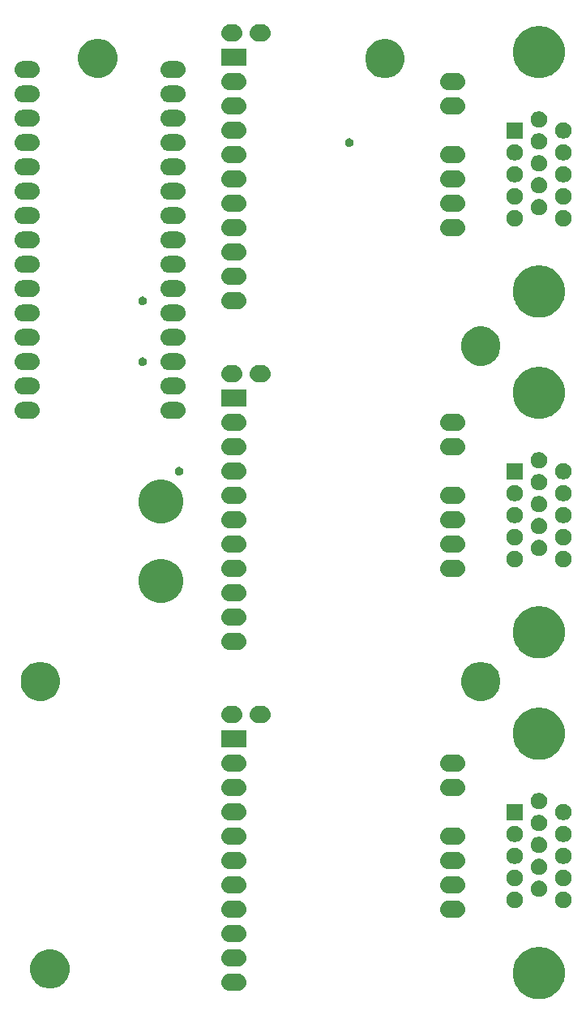
<source format=gbr>
G04 #@! TF.GenerationSoftware,KiCad,Pcbnew,(5.0.1)-4*
G04 #@! TF.CreationDate,2018-11-30T00:10:42+01:00*
G04 #@! TF.ProjectId,servos,736572766F732E6B696361645F706362,rev?*
G04 #@! TF.SameCoordinates,Original*
G04 #@! TF.FileFunction,Soldermask,Top*
G04 #@! TF.FilePolarity,Negative*
%FSLAX46Y46*%
G04 Gerber Fmt 4.6, Leading zero omitted, Abs format (unit mm)*
G04 Created by KiCad (PCBNEW (5.0.1)-4) date 30.11.2018 00:10:42*
%MOMM*%
%LPD*%
G01*
G04 APERTURE LIST*
%ADD10C,0.100000*%
G04 APERTURE END LIST*
D10*
G36*
X188612522Y-148764225D02*
X188875077Y-148816450D01*
X189369722Y-149021339D01*
X189692813Y-149237222D01*
X189814893Y-149318793D01*
X190193472Y-149697372D01*
X190193474Y-149697375D01*
X190490926Y-150142543D01*
X190695815Y-150637188D01*
X190800266Y-151162299D01*
X190800266Y-151697699D01*
X190695815Y-152222810D01*
X190490926Y-152717455D01*
X190268058Y-153051000D01*
X190193472Y-153162626D01*
X189814893Y-153541205D01*
X189814890Y-153541207D01*
X189369722Y-153838659D01*
X188875077Y-154043548D01*
X188612521Y-154095774D01*
X188349967Y-154147999D01*
X187814565Y-154147999D01*
X187552011Y-154095774D01*
X187289455Y-154043548D01*
X186794810Y-153838659D01*
X186349642Y-153541207D01*
X186349639Y-153541205D01*
X185971060Y-153162626D01*
X185896474Y-153051000D01*
X185673606Y-152717455D01*
X185468717Y-152222810D01*
X185364266Y-151697699D01*
X185364266Y-151162299D01*
X185468717Y-150637188D01*
X185673606Y-150142543D01*
X185971058Y-149697375D01*
X185971060Y-149697372D01*
X186349639Y-149318793D01*
X186471719Y-149237222D01*
X186794810Y-149021339D01*
X187289455Y-148816450D01*
X187552010Y-148764225D01*
X187814565Y-148711999D01*
X188349967Y-148711999D01*
X188612522Y-148764225D01*
X188612522Y-148764225D01*
G37*
G36*
X156826324Y-151536182D02*
X156991545Y-151586301D01*
X157143813Y-151667691D01*
X157277278Y-151777222D01*
X157386809Y-151910687D01*
X157468199Y-152062955D01*
X157518318Y-152228176D01*
X157535241Y-152400000D01*
X157518318Y-152571824D01*
X157468199Y-152737045D01*
X157386809Y-152889313D01*
X157277278Y-153022778D01*
X157143813Y-153132309D01*
X156991545Y-153213699D01*
X156826324Y-153263818D01*
X156697560Y-153276500D01*
X155722440Y-153276500D01*
X155593676Y-153263818D01*
X155428455Y-153213699D01*
X155276187Y-153132309D01*
X155142722Y-153022778D01*
X155033191Y-152889313D01*
X154951801Y-152737045D01*
X154901682Y-152571824D01*
X154884759Y-152400000D01*
X154901682Y-152228176D01*
X154951801Y-152062955D01*
X155033191Y-151910687D01*
X155142722Y-151777222D01*
X155276187Y-151667691D01*
X155428455Y-151586301D01*
X155593676Y-151536182D01*
X155722440Y-151523500D01*
X156697560Y-151523500D01*
X156826324Y-151536182D01*
X156826324Y-151536182D01*
G37*
G36*
X137598252Y-149027818D02*
X137598254Y-149027819D01*
X137598255Y-149027819D01*
X137971513Y-149182427D01*
X138175596Y-149318791D01*
X138307439Y-149406886D01*
X138593114Y-149692561D01*
X138593116Y-149692564D01*
X138817573Y-150028487D01*
X138887392Y-150197046D01*
X138972182Y-150401748D01*
X139038768Y-150736500D01*
X139051000Y-150797994D01*
X139051000Y-151202006D01*
X138972181Y-151598255D01*
X138817573Y-151971513D01*
X138817572Y-151971514D01*
X138593114Y-152307439D01*
X138307439Y-152593114D01*
X138307436Y-152593116D01*
X137971513Y-152817573D01*
X137598255Y-152972181D01*
X137598254Y-152972181D01*
X137598252Y-152972182D01*
X137202007Y-153051000D01*
X136797993Y-153051000D01*
X136401748Y-152972182D01*
X136401746Y-152972181D01*
X136401745Y-152972181D01*
X136028487Y-152817573D01*
X135692564Y-152593116D01*
X135692561Y-152593114D01*
X135406886Y-152307439D01*
X135182428Y-151971514D01*
X135182427Y-151971513D01*
X135027819Y-151598255D01*
X134949000Y-151202006D01*
X134949000Y-150797994D01*
X134961232Y-150736500D01*
X135027818Y-150401748D01*
X135112608Y-150197046D01*
X135182427Y-150028487D01*
X135406884Y-149692564D01*
X135406886Y-149692561D01*
X135692561Y-149406886D01*
X135824404Y-149318791D01*
X136028487Y-149182427D01*
X136401745Y-149027819D01*
X136401746Y-149027819D01*
X136401748Y-149027818D01*
X136797993Y-148949000D01*
X137202007Y-148949000D01*
X137598252Y-149027818D01*
X137598252Y-149027818D01*
G37*
G36*
X156826324Y-148996182D02*
X156991545Y-149046301D01*
X157143813Y-149127691D01*
X157277278Y-149237222D01*
X157386809Y-149370687D01*
X157468199Y-149522955D01*
X157518318Y-149688176D01*
X157535241Y-149860000D01*
X157518318Y-150031824D01*
X157468199Y-150197045D01*
X157386809Y-150349313D01*
X157277278Y-150482778D01*
X157143813Y-150592309D01*
X156991545Y-150673699D01*
X156826324Y-150723818D01*
X156697560Y-150736500D01*
X155722440Y-150736500D01*
X155593676Y-150723818D01*
X155428455Y-150673699D01*
X155276187Y-150592309D01*
X155142722Y-150482778D01*
X155033191Y-150349313D01*
X154951801Y-150197045D01*
X154901682Y-150031824D01*
X154884759Y-149860000D01*
X154901682Y-149688176D01*
X154951801Y-149522955D01*
X155033191Y-149370687D01*
X155142722Y-149237222D01*
X155276187Y-149127691D01*
X155428455Y-149046301D01*
X155593676Y-148996182D01*
X155722440Y-148983500D01*
X156697560Y-148983500D01*
X156826324Y-148996182D01*
X156826324Y-148996182D01*
G37*
G36*
X156826324Y-146456182D02*
X156991545Y-146506301D01*
X157143813Y-146587691D01*
X157277278Y-146697222D01*
X157386809Y-146830687D01*
X157468199Y-146982955D01*
X157518318Y-147148176D01*
X157535241Y-147320000D01*
X157518318Y-147491824D01*
X157468199Y-147657045D01*
X157386809Y-147809313D01*
X157277278Y-147942778D01*
X157143813Y-148052309D01*
X156991545Y-148133699D01*
X156826324Y-148183818D01*
X156697560Y-148196500D01*
X155722440Y-148196500D01*
X155593676Y-148183818D01*
X155428455Y-148133699D01*
X155276187Y-148052309D01*
X155142722Y-147942778D01*
X155033191Y-147809313D01*
X154951801Y-147657045D01*
X154901682Y-147491824D01*
X154884759Y-147320000D01*
X154901682Y-147148176D01*
X154951801Y-146982955D01*
X155033191Y-146830687D01*
X155142722Y-146697222D01*
X155276187Y-146587691D01*
X155428455Y-146506301D01*
X155593676Y-146456182D01*
X155722440Y-146443500D01*
X156697560Y-146443500D01*
X156826324Y-146456182D01*
X156826324Y-146456182D01*
G37*
G36*
X179686324Y-143916182D02*
X179851545Y-143966301D01*
X180003813Y-144047691D01*
X180137278Y-144157222D01*
X180246809Y-144290687D01*
X180328199Y-144442955D01*
X180378318Y-144608176D01*
X180395241Y-144780000D01*
X180378318Y-144951824D01*
X180328199Y-145117045D01*
X180246809Y-145269313D01*
X180137278Y-145402778D01*
X180003813Y-145512309D01*
X179851545Y-145593699D01*
X179686324Y-145643818D01*
X179557560Y-145656500D01*
X178582440Y-145656500D01*
X178453676Y-145643818D01*
X178288455Y-145593699D01*
X178136187Y-145512309D01*
X178002722Y-145402778D01*
X177893191Y-145269313D01*
X177811801Y-145117045D01*
X177761682Y-144951824D01*
X177744759Y-144780000D01*
X177761682Y-144608176D01*
X177811801Y-144442955D01*
X177893191Y-144290687D01*
X178002722Y-144157222D01*
X178136187Y-144047691D01*
X178288455Y-143966301D01*
X178453676Y-143916182D01*
X178582440Y-143903500D01*
X179557560Y-143903500D01*
X179686324Y-143916182D01*
X179686324Y-143916182D01*
G37*
G36*
X156826324Y-143916182D02*
X156991545Y-143966301D01*
X157143813Y-144047691D01*
X157277278Y-144157222D01*
X157386809Y-144290687D01*
X157468199Y-144442955D01*
X157518318Y-144608176D01*
X157535241Y-144780000D01*
X157518318Y-144951824D01*
X157468199Y-145117045D01*
X157386809Y-145269313D01*
X157277278Y-145402778D01*
X157143813Y-145512309D01*
X156991545Y-145593699D01*
X156826324Y-145643818D01*
X156697560Y-145656500D01*
X155722440Y-145656500D01*
X155593676Y-145643818D01*
X155428455Y-145593699D01*
X155276187Y-145512309D01*
X155142722Y-145402778D01*
X155033191Y-145269313D01*
X154951801Y-145117045D01*
X154901682Y-144951824D01*
X154884759Y-144780000D01*
X154901682Y-144608176D01*
X154951801Y-144442955D01*
X155033191Y-144290687D01*
X155142722Y-144157222D01*
X155276187Y-144047691D01*
X155428455Y-143966301D01*
X155593676Y-143916182D01*
X155722440Y-143903500D01*
X156697560Y-143903500D01*
X156826324Y-143916182D01*
X156826324Y-143916182D01*
G37*
G36*
X185790494Y-142961703D02*
X185945366Y-143025853D01*
X186084747Y-143118985D01*
X186203281Y-143237519D01*
X186296413Y-143376900D01*
X186360563Y-143531772D01*
X186393266Y-143696184D01*
X186393266Y-143863816D01*
X186360563Y-144028228D01*
X186296413Y-144183100D01*
X186203281Y-144322481D01*
X186084747Y-144441015D01*
X185945366Y-144534147D01*
X185790494Y-144598297D01*
X185626082Y-144631000D01*
X185458450Y-144631000D01*
X185294038Y-144598297D01*
X185139166Y-144534147D01*
X184999785Y-144441015D01*
X184881251Y-144322481D01*
X184788119Y-144183100D01*
X184723969Y-144028228D01*
X184691266Y-143863816D01*
X184691266Y-143696184D01*
X184723969Y-143531772D01*
X184788119Y-143376900D01*
X184881251Y-143237519D01*
X184999785Y-143118985D01*
X185139166Y-143025853D01*
X185294038Y-142961703D01*
X185458450Y-142929000D01*
X185626082Y-142929000D01*
X185790494Y-142961703D01*
X185790494Y-142961703D01*
G37*
G36*
X190870494Y-142961703D02*
X191025366Y-143025853D01*
X191164747Y-143118985D01*
X191283281Y-143237519D01*
X191376413Y-143376900D01*
X191440563Y-143531772D01*
X191473266Y-143696184D01*
X191473266Y-143863816D01*
X191440563Y-144028228D01*
X191376413Y-144183100D01*
X191283281Y-144322481D01*
X191164747Y-144441015D01*
X191025366Y-144534147D01*
X190870494Y-144598297D01*
X190706082Y-144631000D01*
X190538450Y-144631000D01*
X190374038Y-144598297D01*
X190219166Y-144534147D01*
X190079785Y-144441015D01*
X189961251Y-144322481D01*
X189868119Y-144183100D01*
X189803969Y-144028228D01*
X189771266Y-143863816D01*
X189771266Y-143696184D01*
X189803969Y-143531772D01*
X189868119Y-143376900D01*
X189961251Y-143237519D01*
X190079785Y-143118985D01*
X190219166Y-143025853D01*
X190374038Y-142961703D01*
X190538450Y-142929000D01*
X190706082Y-142929000D01*
X190870494Y-142961703D01*
X190870494Y-142961703D01*
G37*
G36*
X188330494Y-141816703D02*
X188485366Y-141880853D01*
X188624747Y-141973985D01*
X188743281Y-142092519D01*
X188836413Y-142231900D01*
X188900563Y-142386772D01*
X188933266Y-142551184D01*
X188933266Y-142718816D01*
X188900563Y-142883228D01*
X188836413Y-143038100D01*
X188743281Y-143177481D01*
X188624747Y-143296015D01*
X188485366Y-143389147D01*
X188330494Y-143453297D01*
X188166082Y-143486000D01*
X187998450Y-143486000D01*
X187834038Y-143453297D01*
X187679166Y-143389147D01*
X187539785Y-143296015D01*
X187421251Y-143177481D01*
X187328119Y-143038100D01*
X187263969Y-142883228D01*
X187231266Y-142718816D01*
X187231266Y-142551184D01*
X187263969Y-142386772D01*
X187328119Y-142231900D01*
X187421251Y-142092519D01*
X187539785Y-141973985D01*
X187679166Y-141880853D01*
X187834038Y-141816703D01*
X187998450Y-141784000D01*
X188166082Y-141784000D01*
X188330494Y-141816703D01*
X188330494Y-141816703D01*
G37*
G36*
X156826324Y-141376182D02*
X156991545Y-141426301D01*
X157143813Y-141507691D01*
X157277278Y-141617222D01*
X157386809Y-141750687D01*
X157468199Y-141902955D01*
X157518318Y-142068176D01*
X157535241Y-142240000D01*
X157518318Y-142411824D01*
X157468199Y-142577045D01*
X157386809Y-142729313D01*
X157277278Y-142862778D01*
X157143813Y-142972309D01*
X156991545Y-143053699D01*
X156826324Y-143103818D01*
X156697560Y-143116500D01*
X155722440Y-143116500D01*
X155593676Y-143103818D01*
X155428455Y-143053699D01*
X155276187Y-142972309D01*
X155142722Y-142862778D01*
X155033191Y-142729313D01*
X154951801Y-142577045D01*
X154901682Y-142411824D01*
X154884759Y-142240000D01*
X154901682Y-142068176D01*
X154951801Y-141902955D01*
X155033191Y-141750687D01*
X155142722Y-141617222D01*
X155276187Y-141507691D01*
X155428455Y-141426301D01*
X155593676Y-141376182D01*
X155722440Y-141363500D01*
X156697560Y-141363500D01*
X156826324Y-141376182D01*
X156826324Y-141376182D01*
G37*
G36*
X179686324Y-141376182D02*
X179851545Y-141426301D01*
X180003813Y-141507691D01*
X180137278Y-141617222D01*
X180246809Y-141750687D01*
X180328199Y-141902955D01*
X180378318Y-142068176D01*
X180395241Y-142240000D01*
X180378318Y-142411824D01*
X180328199Y-142577045D01*
X180246809Y-142729313D01*
X180137278Y-142862778D01*
X180003813Y-142972309D01*
X179851545Y-143053699D01*
X179686324Y-143103818D01*
X179557560Y-143116500D01*
X178582440Y-143116500D01*
X178453676Y-143103818D01*
X178288455Y-143053699D01*
X178136187Y-142972309D01*
X178002722Y-142862778D01*
X177893191Y-142729313D01*
X177811801Y-142577045D01*
X177761682Y-142411824D01*
X177744759Y-142240000D01*
X177761682Y-142068176D01*
X177811801Y-141902955D01*
X177893191Y-141750687D01*
X178002722Y-141617222D01*
X178136187Y-141507691D01*
X178288455Y-141426301D01*
X178453676Y-141376182D01*
X178582440Y-141363500D01*
X179557560Y-141363500D01*
X179686324Y-141376182D01*
X179686324Y-141376182D01*
G37*
G36*
X185790494Y-140671703D02*
X185945366Y-140735853D01*
X186084747Y-140828985D01*
X186203281Y-140947519D01*
X186296413Y-141086900D01*
X186360563Y-141241772D01*
X186393266Y-141406184D01*
X186393266Y-141573816D01*
X186360563Y-141738228D01*
X186296413Y-141893100D01*
X186203281Y-142032481D01*
X186084747Y-142151015D01*
X185945366Y-142244147D01*
X185790494Y-142308297D01*
X185626082Y-142341000D01*
X185458450Y-142341000D01*
X185294038Y-142308297D01*
X185139166Y-142244147D01*
X184999785Y-142151015D01*
X184881251Y-142032481D01*
X184788119Y-141893100D01*
X184723969Y-141738228D01*
X184691266Y-141573816D01*
X184691266Y-141406184D01*
X184723969Y-141241772D01*
X184788119Y-141086900D01*
X184881251Y-140947519D01*
X184999785Y-140828985D01*
X185139166Y-140735853D01*
X185294038Y-140671703D01*
X185458450Y-140639000D01*
X185626082Y-140639000D01*
X185790494Y-140671703D01*
X185790494Y-140671703D01*
G37*
G36*
X190870494Y-140671703D02*
X191025366Y-140735853D01*
X191164747Y-140828985D01*
X191283281Y-140947519D01*
X191376413Y-141086900D01*
X191440563Y-141241772D01*
X191473266Y-141406184D01*
X191473266Y-141573816D01*
X191440563Y-141738228D01*
X191376413Y-141893100D01*
X191283281Y-142032481D01*
X191164747Y-142151015D01*
X191025366Y-142244147D01*
X190870494Y-142308297D01*
X190706082Y-142341000D01*
X190538450Y-142341000D01*
X190374038Y-142308297D01*
X190219166Y-142244147D01*
X190079785Y-142151015D01*
X189961251Y-142032481D01*
X189868119Y-141893100D01*
X189803969Y-141738228D01*
X189771266Y-141573816D01*
X189771266Y-141406184D01*
X189803969Y-141241772D01*
X189868119Y-141086900D01*
X189961251Y-140947519D01*
X190079785Y-140828985D01*
X190219166Y-140735853D01*
X190374038Y-140671703D01*
X190538450Y-140639000D01*
X190706082Y-140639000D01*
X190870494Y-140671703D01*
X190870494Y-140671703D01*
G37*
G36*
X188330494Y-139526703D02*
X188485366Y-139590853D01*
X188624747Y-139683985D01*
X188743281Y-139802519D01*
X188836413Y-139941900D01*
X188900563Y-140096772D01*
X188933266Y-140261184D01*
X188933266Y-140428816D01*
X188900563Y-140593228D01*
X188836413Y-140748100D01*
X188743281Y-140887481D01*
X188624747Y-141006015D01*
X188485366Y-141099147D01*
X188330494Y-141163297D01*
X188166082Y-141196000D01*
X187998450Y-141196000D01*
X187834038Y-141163297D01*
X187679166Y-141099147D01*
X187539785Y-141006015D01*
X187421251Y-140887481D01*
X187328119Y-140748100D01*
X187263969Y-140593228D01*
X187231266Y-140428816D01*
X187231266Y-140261184D01*
X187263969Y-140096772D01*
X187328119Y-139941900D01*
X187421251Y-139802519D01*
X187539785Y-139683985D01*
X187679166Y-139590853D01*
X187834038Y-139526703D01*
X187998450Y-139494000D01*
X188166082Y-139494000D01*
X188330494Y-139526703D01*
X188330494Y-139526703D01*
G37*
G36*
X156826324Y-138836182D02*
X156991545Y-138886301D01*
X157143813Y-138967691D01*
X157277278Y-139077222D01*
X157386809Y-139210687D01*
X157468199Y-139362955D01*
X157518318Y-139528176D01*
X157535241Y-139700000D01*
X157518318Y-139871824D01*
X157468199Y-140037045D01*
X157386809Y-140189313D01*
X157277278Y-140322778D01*
X157143813Y-140432309D01*
X156991545Y-140513699D01*
X156826324Y-140563818D01*
X156697560Y-140576500D01*
X155722440Y-140576500D01*
X155593676Y-140563818D01*
X155428455Y-140513699D01*
X155276187Y-140432309D01*
X155142722Y-140322778D01*
X155033191Y-140189313D01*
X154951801Y-140037045D01*
X154901682Y-139871824D01*
X154884759Y-139700000D01*
X154901682Y-139528176D01*
X154951801Y-139362955D01*
X155033191Y-139210687D01*
X155142722Y-139077222D01*
X155276187Y-138967691D01*
X155428455Y-138886301D01*
X155593676Y-138836182D01*
X155722440Y-138823500D01*
X156697560Y-138823500D01*
X156826324Y-138836182D01*
X156826324Y-138836182D01*
G37*
G36*
X179686324Y-138836182D02*
X179851545Y-138886301D01*
X180003813Y-138967691D01*
X180137278Y-139077222D01*
X180246809Y-139210687D01*
X180328199Y-139362955D01*
X180378318Y-139528176D01*
X180395241Y-139700000D01*
X180378318Y-139871824D01*
X180328199Y-140037045D01*
X180246809Y-140189313D01*
X180137278Y-140322778D01*
X180003813Y-140432309D01*
X179851545Y-140513699D01*
X179686324Y-140563818D01*
X179557560Y-140576500D01*
X178582440Y-140576500D01*
X178453676Y-140563818D01*
X178288455Y-140513699D01*
X178136187Y-140432309D01*
X178002722Y-140322778D01*
X177893191Y-140189313D01*
X177811801Y-140037045D01*
X177761682Y-139871824D01*
X177744759Y-139700000D01*
X177761682Y-139528176D01*
X177811801Y-139362955D01*
X177893191Y-139210687D01*
X178002722Y-139077222D01*
X178136187Y-138967691D01*
X178288455Y-138886301D01*
X178453676Y-138836182D01*
X178582440Y-138823500D01*
X179557560Y-138823500D01*
X179686324Y-138836182D01*
X179686324Y-138836182D01*
G37*
G36*
X185790494Y-138381703D02*
X185945366Y-138445853D01*
X186084747Y-138538985D01*
X186203281Y-138657519D01*
X186296413Y-138796900D01*
X186360563Y-138951772D01*
X186393266Y-139116184D01*
X186393266Y-139283816D01*
X186360563Y-139448228D01*
X186296413Y-139603100D01*
X186203281Y-139742481D01*
X186084747Y-139861015D01*
X185945366Y-139954147D01*
X185790494Y-140018297D01*
X185626082Y-140051000D01*
X185458450Y-140051000D01*
X185294038Y-140018297D01*
X185139166Y-139954147D01*
X184999785Y-139861015D01*
X184881251Y-139742481D01*
X184788119Y-139603100D01*
X184723969Y-139448228D01*
X184691266Y-139283816D01*
X184691266Y-139116184D01*
X184723969Y-138951772D01*
X184788119Y-138796900D01*
X184881251Y-138657519D01*
X184999785Y-138538985D01*
X185139166Y-138445853D01*
X185294038Y-138381703D01*
X185458450Y-138349000D01*
X185626082Y-138349000D01*
X185790494Y-138381703D01*
X185790494Y-138381703D01*
G37*
G36*
X190870494Y-138381703D02*
X191025366Y-138445853D01*
X191164747Y-138538985D01*
X191283281Y-138657519D01*
X191376413Y-138796900D01*
X191440563Y-138951772D01*
X191473266Y-139116184D01*
X191473266Y-139283816D01*
X191440563Y-139448228D01*
X191376413Y-139603100D01*
X191283281Y-139742481D01*
X191164747Y-139861015D01*
X191025366Y-139954147D01*
X190870494Y-140018297D01*
X190706082Y-140051000D01*
X190538450Y-140051000D01*
X190374038Y-140018297D01*
X190219166Y-139954147D01*
X190079785Y-139861015D01*
X189961251Y-139742481D01*
X189868119Y-139603100D01*
X189803969Y-139448228D01*
X189771266Y-139283816D01*
X189771266Y-139116184D01*
X189803969Y-138951772D01*
X189868119Y-138796900D01*
X189961251Y-138657519D01*
X190079785Y-138538985D01*
X190219166Y-138445853D01*
X190374038Y-138381703D01*
X190538450Y-138349000D01*
X190706082Y-138349000D01*
X190870494Y-138381703D01*
X190870494Y-138381703D01*
G37*
G36*
X188330494Y-137236703D02*
X188485366Y-137300853D01*
X188624747Y-137393985D01*
X188743281Y-137512519D01*
X188836413Y-137651900D01*
X188900563Y-137806772D01*
X188933266Y-137971184D01*
X188933266Y-138138816D01*
X188900563Y-138303228D01*
X188836413Y-138458100D01*
X188743281Y-138597481D01*
X188624747Y-138716015D01*
X188485366Y-138809147D01*
X188330494Y-138873297D01*
X188166082Y-138906000D01*
X187998450Y-138906000D01*
X187834038Y-138873297D01*
X187679166Y-138809147D01*
X187539785Y-138716015D01*
X187421251Y-138597481D01*
X187328119Y-138458100D01*
X187263969Y-138303228D01*
X187231266Y-138138816D01*
X187231266Y-137971184D01*
X187263969Y-137806772D01*
X187328119Y-137651900D01*
X187421251Y-137512519D01*
X187539785Y-137393985D01*
X187679166Y-137300853D01*
X187834038Y-137236703D01*
X187998450Y-137204000D01*
X188166082Y-137204000D01*
X188330494Y-137236703D01*
X188330494Y-137236703D01*
G37*
G36*
X179686324Y-136296182D02*
X179851545Y-136346301D01*
X180003813Y-136427691D01*
X180137278Y-136537222D01*
X180246809Y-136670687D01*
X180328199Y-136822955D01*
X180378318Y-136988176D01*
X180395241Y-137160000D01*
X180378318Y-137331824D01*
X180328199Y-137497045D01*
X180246809Y-137649313D01*
X180137278Y-137782778D01*
X180003813Y-137892309D01*
X179851545Y-137973699D01*
X179686324Y-138023818D01*
X179557560Y-138036500D01*
X178582440Y-138036500D01*
X178453676Y-138023818D01*
X178288455Y-137973699D01*
X178136187Y-137892309D01*
X178002722Y-137782778D01*
X177893191Y-137649313D01*
X177811801Y-137497045D01*
X177761682Y-137331824D01*
X177744759Y-137160000D01*
X177761682Y-136988176D01*
X177811801Y-136822955D01*
X177893191Y-136670687D01*
X178002722Y-136537222D01*
X178136187Y-136427691D01*
X178288455Y-136346301D01*
X178453676Y-136296182D01*
X178582440Y-136283500D01*
X179557560Y-136283500D01*
X179686324Y-136296182D01*
X179686324Y-136296182D01*
G37*
G36*
X156826324Y-136296182D02*
X156991545Y-136346301D01*
X157143813Y-136427691D01*
X157277278Y-136537222D01*
X157386809Y-136670687D01*
X157468199Y-136822955D01*
X157518318Y-136988176D01*
X157535241Y-137160000D01*
X157518318Y-137331824D01*
X157468199Y-137497045D01*
X157386809Y-137649313D01*
X157277278Y-137782778D01*
X157143813Y-137892309D01*
X156991545Y-137973699D01*
X156826324Y-138023818D01*
X156697560Y-138036500D01*
X155722440Y-138036500D01*
X155593676Y-138023818D01*
X155428455Y-137973699D01*
X155276187Y-137892309D01*
X155142722Y-137782778D01*
X155033191Y-137649313D01*
X154951801Y-137497045D01*
X154901682Y-137331824D01*
X154884759Y-137160000D01*
X154901682Y-136988176D01*
X154951801Y-136822955D01*
X155033191Y-136670687D01*
X155142722Y-136537222D01*
X155276187Y-136427691D01*
X155428455Y-136346301D01*
X155593676Y-136296182D01*
X155722440Y-136283500D01*
X156697560Y-136283500D01*
X156826324Y-136296182D01*
X156826324Y-136296182D01*
G37*
G36*
X185790494Y-136091703D02*
X185945366Y-136155853D01*
X186084747Y-136248985D01*
X186203281Y-136367519D01*
X186296413Y-136506900D01*
X186360563Y-136661772D01*
X186393266Y-136826184D01*
X186393266Y-136993816D01*
X186360563Y-137158228D01*
X186296413Y-137313100D01*
X186203281Y-137452481D01*
X186084747Y-137571015D01*
X185945366Y-137664147D01*
X185790494Y-137728297D01*
X185626082Y-137761000D01*
X185458450Y-137761000D01*
X185294038Y-137728297D01*
X185139166Y-137664147D01*
X184999785Y-137571015D01*
X184881251Y-137452481D01*
X184788119Y-137313100D01*
X184723969Y-137158228D01*
X184691266Y-136993816D01*
X184691266Y-136826184D01*
X184723969Y-136661772D01*
X184788119Y-136506900D01*
X184881251Y-136367519D01*
X184999785Y-136248985D01*
X185139166Y-136155853D01*
X185294038Y-136091703D01*
X185458450Y-136059000D01*
X185626082Y-136059000D01*
X185790494Y-136091703D01*
X185790494Y-136091703D01*
G37*
G36*
X190870494Y-136091703D02*
X191025366Y-136155853D01*
X191164747Y-136248985D01*
X191283281Y-136367519D01*
X191376413Y-136506900D01*
X191440563Y-136661772D01*
X191473266Y-136826184D01*
X191473266Y-136993816D01*
X191440563Y-137158228D01*
X191376413Y-137313100D01*
X191283281Y-137452481D01*
X191164747Y-137571015D01*
X191025366Y-137664147D01*
X190870494Y-137728297D01*
X190706082Y-137761000D01*
X190538450Y-137761000D01*
X190374038Y-137728297D01*
X190219166Y-137664147D01*
X190079785Y-137571015D01*
X189961251Y-137452481D01*
X189868119Y-137313100D01*
X189803969Y-137158228D01*
X189771266Y-136993816D01*
X189771266Y-136826184D01*
X189803969Y-136661772D01*
X189868119Y-136506900D01*
X189961251Y-136367519D01*
X190079785Y-136248985D01*
X190219166Y-136155853D01*
X190374038Y-136091703D01*
X190538450Y-136059000D01*
X190706082Y-136059000D01*
X190870494Y-136091703D01*
X190870494Y-136091703D01*
G37*
G36*
X188330494Y-134946703D02*
X188485366Y-135010853D01*
X188624747Y-135103985D01*
X188743281Y-135222519D01*
X188836413Y-135361900D01*
X188900563Y-135516772D01*
X188933266Y-135681184D01*
X188933266Y-135848816D01*
X188900563Y-136013228D01*
X188836413Y-136168100D01*
X188743281Y-136307481D01*
X188624747Y-136426015D01*
X188485366Y-136519147D01*
X188330494Y-136583297D01*
X188166082Y-136616000D01*
X187998450Y-136616000D01*
X187834038Y-136583297D01*
X187679166Y-136519147D01*
X187539785Y-136426015D01*
X187421251Y-136307481D01*
X187328119Y-136168100D01*
X187263969Y-136013228D01*
X187231266Y-135848816D01*
X187231266Y-135681184D01*
X187263969Y-135516772D01*
X187328119Y-135361900D01*
X187421251Y-135222519D01*
X187539785Y-135103985D01*
X187679166Y-135010853D01*
X187834038Y-134946703D01*
X187998450Y-134914000D01*
X188166082Y-134914000D01*
X188330494Y-134946703D01*
X188330494Y-134946703D01*
G37*
G36*
X156826324Y-133756182D02*
X156991545Y-133806301D01*
X157143813Y-133887691D01*
X157277278Y-133997222D01*
X157386809Y-134130687D01*
X157468199Y-134282955D01*
X157518318Y-134448176D01*
X157535241Y-134620000D01*
X157518318Y-134791824D01*
X157468199Y-134957045D01*
X157386809Y-135109313D01*
X157277278Y-135242778D01*
X157143813Y-135352309D01*
X156991545Y-135433699D01*
X156826324Y-135483818D01*
X156697560Y-135496500D01*
X155722440Y-135496500D01*
X155593676Y-135483818D01*
X155428455Y-135433699D01*
X155276187Y-135352309D01*
X155142722Y-135242778D01*
X155033191Y-135109313D01*
X154951801Y-134957045D01*
X154901682Y-134791824D01*
X154884759Y-134620000D01*
X154901682Y-134448176D01*
X154951801Y-134282955D01*
X155033191Y-134130687D01*
X155142722Y-133997222D01*
X155276187Y-133887691D01*
X155428455Y-133806301D01*
X155593676Y-133756182D01*
X155722440Y-133743500D01*
X156697560Y-133743500D01*
X156826324Y-133756182D01*
X156826324Y-133756182D01*
G37*
G36*
X190870494Y-133801703D02*
X191025366Y-133865853D01*
X191164747Y-133958985D01*
X191283281Y-134077519D01*
X191376413Y-134216900D01*
X191440563Y-134371772D01*
X191473266Y-134536184D01*
X191473266Y-134703816D01*
X191440563Y-134868228D01*
X191376413Y-135023100D01*
X191283281Y-135162481D01*
X191164747Y-135281015D01*
X191025366Y-135374147D01*
X190870494Y-135438297D01*
X190706082Y-135471000D01*
X190538450Y-135471000D01*
X190374038Y-135438297D01*
X190219166Y-135374147D01*
X190079785Y-135281015D01*
X189961251Y-135162481D01*
X189868119Y-135023100D01*
X189803969Y-134868228D01*
X189771266Y-134703816D01*
X189771266Y-134536184D01*
X189803969Y-134371772D01*
X189868119Y-134216900D01*
X189961251Y-134077519D01*
X190079785Y-133958985D01*
X190219166Y-133865853D01*
X190374038Y-133801703D01*
X190538450Y-133769000D01*
X190706082Y-133769000D01*
X190870494Y-133801703D01*
X190870494Y-133801703D01*
G37*
G36*
X186393266Y-135471000D02*
X184691266Y-135471000D01*
X184691266Y-133769000D01*
X186393266Y-133769000D01*
X186393266Y-135471000D01*
X186393266Y-135471000D01*
G37*
G36*
X188330494Y-132656703D02*
X188485366Y-132720853D01*
X188624747Y-132813985D01*
X188743281Y-132932519D01*
X188836413Y-133071900D01*
X188900563Y-133226772D01*
X188933266Y-133391184D01*
X188933266Y-133558816D01*
X188900563Y-133723228D01*
X188836413Y-133878100D01*
X188743281Y-134017481D01*
X188624747Y-134136015D01*
X188485366Y-134229147D01*
X188330494Y-134293297D01*
X188166082Y-134326000D01*
X187998450Y-134326000D01*
X187834038Y-134293297D01*
X187679166Y-134229147D01*
X187539785Y-134136015D01*
X187421251Y-134017481D01*
X187328119Y-133878100D01*
X187263969Y-133723228D01*
X187231266Y-133558816D01*
X187231266Y-133391184D01*
X187263969Y-133226772D01*
X187328119Y-133071900D01*
X187421251Y-132932519D01*
X187539785Y-132813985D01*
X187679166Y-132720853D01*
X187834038Y-132656703D01*
X187998450Y-132624000D01*
X188166082Y-132624000D01*
X188330494Y-132656703D01*
X188330494Y-132656703D01*
G37*
G36*
X179686324Y-131216182D02*
X179851545Y-131266301D01*
X180003813Y-131347691D01*
X180137278Y-131457222D01*
X180246809Y-131590687D01*
X180328199Y-131742955D01*
X180378318Y-131908176D01*
X180395241Y-132080000D01*
X180378318Y-132251824D01*
X180328199Y-132417045D01*
X180246809Y-132569313D01*
X180137278Y-132702778D01*
X180003813Y-132812309D01*
X179851545Y-132893699D01*
X179686324Y-132943818D01*
X179557560Y-132956500D01*
X178582440Y-132956500D01*
X178453676Y-132943818D01*
X178288455Y-132893699D01*
X178136187Y-132812309D01*
X178002722Y-132702778D01*
X177893191Y-132569313D01*
X177811801Y-132417045D01*
X177761682Y-132251824D01*
X177744759Y-132080000D01*
X177761682Y-131908176D01*
X177811801Y-131742955D01*
X177893191Y-131590687D01*
X178002722Y-131457222D01*
X178136187Y-131347691D01*
X178288455Y-131266301D01*
X178453676Y-131216182D01*
X178582440Y-131203500D01*
X179557560Y-131203500D01*
X179686324Y-131216182D01*
X179686324Y-131216182D01*
G37*
G36*
X156826324Y-131216182D02*
X156991545Y-131266301D01*
X157143813Y-131347691D01*
X157277278Y-131457222D01*
X157386809Y-131590687D01*
X157468199Y-131742955D01*
X157518318Y-131908176D01*
X157535241Y-132080000D01*
X157518318Y-132251824D01*
X157468199Y-132417045D01*
X157386809Y-132569313D01*
X157277278Y-132702778D01*
X157143813Y-132812309D01*
X156991545Y-132893699D01*
X156826324Y-132943818D01*
X156697560Y-132956500D01*
X155722440Y-132956500D01*
X155593676Y-132943818D01*
X155428455Y-132893699D01*
X155276187Y-132812309D01*
X155142722Y-132702778D01*
X155033191Y-132569313D01*
X154951801Y-132417045D01*
X154901682Y-132251824D01*
X154884759Y-132080000D01*
X154901682Y-131908176D01*
X154951801Y-131742955D01*
X155033191Y-131590687D01*
X155142722Y-131457222D01*
X155276187Y-131347691D01*
X155428455Y-131266301D01*
X155593676Y-131216182D01*
X155722440Y-131203500D01*
X156697560Y-131203500D01*
X156826324Y-131216182D01*
X156826324Y-131216182D01*
G37*
G36*
X179686324Y-128676182D02*
X179851545Y-128726301D01*
X180003813Y-128807691D01*
X180137278Y-128917222D01*
X180246809Y-129050687D01*
X180328199Y-129202955D01*
X180378318Y-129368176D01*
X180395241Y-129540000D01*
X180378318Y-129711824D01*
X180328199Y-129877045D01*
X180246809Y-130029313D01*
X180137278Y-130162778D01*
X180003813Y-130272309D01*
X179851545Y-130353699D01*
X179686324Y-130403818D01*
X179557560Y-130416500D01*
X178582440Y-130416500D01*
X178453676Y-130403818D01*
X178288455Y-130353699D01*
X178136187Y-130272309D01*
X178002722Y-130162778D01*
X177893191Y-130029313D01*
X177811801Y-129877045D01*
X177761682Y-129711824D01*
X177744759Y-129540000D01*
X177761682Y-129368176D01*
X177811801Y-129202955D01*
X177893191Y-129050687D01*
X178002722Y-128917222D01*
X178136187Y-128807691D01*
X178288455Y-128726301D01*
X178453676Y-128676182D01*
X178582440Y-128663500D01*
X179557560Y-128663500D01*
X179686324Y-128676182D01*
X179686324Y-128676182D01*
G37*
G36*
X156826324Y-128676182D02*
X156991545Y-128726301D01*
X157143813Y-128807691D01*
X157277278Y-128917222D01*
X157386809Y-129050687D01*
X157468199Y-129202955D01*
X157518318Y-129368176D01*
X157535241Y-129540000D01*
X157518318Y-129711824D01*
X157468199Y-129877045D01*
X157386809Y-130029313D01*
X157277278Y-130162778D01*
X157143813Y-130272309D01*
X156991545Y-130353699D01*
X156826324Y-130403818D01*
X156697560Y-130416500D01*
X155722440Y-130416500D01*
X155593676Y-130403818D01*
X155428455Y-130353699D01*
X155276187Y-130272309D01*
X155142722Y-130162778D01*
X155033191Y-130029313D01*
X154951801Y-129877045D01*
X154901682Y-129711824D01*
X154884759Y-129540000D01*
X154901682Y-129368176D01*
X154951801Y-129202955D01*
X155033191Y-129050687D01*
X155142722Y-128917222D01*
X155276187Y-128807691D01*
X155428455Y-128726301D01*
X155593676Y-128676182D01*
X155722440Y-128663500D01*
X156697560Y-128663500D01*
X156826324Y-128676182D01*
X156826324Y-128676182D01*
G37*
G36*
X188612521Y-123775425D02*
X188875077Y-123827651D01*
X189369722Y-124032540D01*
X189505036Y-124122954D01*
X189814893Y-124329994D01*
X190193472Y-124708573D01*
X190490927Y-125153746D01*
X190695815Y-125648390D01*
X190790321Y-126123500D01*
X190800266Y-126173500D01*
X190800266Y-126708900D01*
X190695815Y-127234011D01*
X190490926Y-127728656D01*
X190197431Y-128167901D01*
X190193472Y-128173827D01*
X189814893Y-128552406D01*
X189814890Y-128552408D01*
X189369722Y-128849860D01*
X188875077Y-129054749D01*
X188612522Y-129106974D01*
X188349967Y-129159200D01*
X187814565Y-129159200D01*
X187552010Y-129106974D01*
X187289455Y-129054749D01*
X186794810Y-128849860D01*
X186349642Y-128552408D01*
X186349639Y-128552406D01*
X185971060Y-128173827D01*
X185967101Y-128167901D01*
X185673606Y-127728656D01*
X185468717Y-127234011D01*
X185364266Y-126708900D01*
X185364266Y-126173500D01*
X185374212Y-126123500D01*
X185468717Y-125648390D01*
X185673605Y-125153746D01*
X185971060Y-124708573D01*
X186349639Y-124329994D01*
X186659496Y-124122954D01*
X186794810Y-124032540D01*
X187289455Y-123827651D01*
X187552011Y-123775425D01*
X187814565Y-123723200D01*
X188349967Y-123723200D01*
X188612521Y-123775425D01*
X188612521Y-123775425D01*
G37*
G36*
X157531000Y-127876500D02*
X154889000Y-127876500D01*
X154889000Y-126123500D01*
X157531000Y-126123500D01*
X157531000Y-127876500D01*
X157531000Y-127876500D01*
G37*
G36*
X156394524Y-123596182D02*
X156559745Y-123646301D01*
X156712013Y-123727691D01*
X156845478Y-123837222D01*
X156955009Y-123970687D01*
X157036399Y-124122955D01*
X157086518Y-124288176D01*
X157103441Y-124460000D01*
X157086518Y-124631824D01*
X157036399Y-124797045D01*
X156955009Y-124949313D01*
X156845478Y-125082778D01*
X156712013Y-125192309D01*
X156559745Y-125273699D01*
X156394524Y-125323818D01*
X156265760Y-125336500D01*
X155735140Y-125336500D01*
X155606376Y-125323818D01*
X155441155Y-125273699D01*
X155288887Y-125192309D01*
X155155422Y-125082778D01*
X155045891Y-124949313D01*
X154964501Y-124797045D01*
X154914382Y-124631824D01*
X154897459Y-124460000D01*
X154914382Y-124288176D01*
X154964501Y-124122955D01*
X155045891Y-123970687D01*
X155155422Y-123837222D01*
X155288887Y-123727691D01*
X155441155Y-123646301D01*
X155606376Y-123596182D01*
X155735140Y-123583500D01*
X156265760Y-123583500D01*
X156394524Y-123596182D01*
X156394524Y-123596182D01*
G37*
G36*
X159353624Y-123596182D02*
X159518845Y-123646301D01*
X159671113Y-123727691D01*
X159804578Y-123837222D01*
X159914109Y-123970687D01*
X159995499Y-124122955D01*
X160045618Y-124288176D01*
X160062541Y-124460000D01*
X160045618Y-124631824D01*
X159995499Y-124797045D01*
X159914109Y-124949313D01*
X159804578Y-125082778D01*
X159671113Y-125192309D01*
X159518845Y-125273699D01*
X159353624Y-125323818D01*
X159224860Y-125336500D01*
X158694240Y-125336500D01*
X158565476Y-125323818D01*
X158400255Y-125273699D01*
X158247987Y-125192309D01*
X158114522Y-125082778D01*
X158004991Y-124949313D01*
X157923601Y-124797045D01*
X157873482Y-124631824D01*
X157856559Y-124460000D01*
X157873482Y-124288176D01*
X157923601Y-124122955D01*
X158004991Y-123970687D01*
X158114522Y-123837222D01*
X158247987Y-123727691D01*
X158400255Y-123646301D01*
X158565476Y-123596182D01*
X158694240Y-123583500D01*
X159224860Y-123583500D01*
X159353624Y-123596182D01*
X159353624Y-123596182D01*
G37*
G36*
X182598252Y-119027818D02*
X182598254Y-119027819D01*
X182598255Y-119027819D01*
X182971513Y-119182427D01*
X182971514Y-119182428D01*
X183307439Y-119406886D01*
X183593114Y-119692561D01*
X183593116Y-119692564D01*
X183817573Y-120028487D01*
X183972181Y-120401745D01*
X184051000Y-120797994D01*
X184051000Y-121202006D01*
X183972181Y-121598255D01*
X183817573Y-121971513D01*
X183817572Y-121971514D01*
X183593114Y-122307439D01*
X183307439Y-122593114D01*
X183307436Y-122593116D01*
X182971513Y-122817573D01*
X182598255Y-122972181D01*
X182598254Y-122972181D01*
X182598252Y-122972182D01*
X182202007Y-123051000D01*
X181797993Y-123051000D01*
X181401748Y-122972182D01*
X181401746Y-122972181D01*
X181401745Y-122972181D01*
X181028487Y-122817573D01*
X180692564Y-122593116D01*
X180692561Y-122593114D01*
X180406886Y-122307439D01*
X180182428Y-121971514D01*
X180182427Y-121971513D01*
X180027819Y-121598255D01*
X179949000Y-121202006D01*
X179949000Y-120797994D01*
X180027819Y-120401745D01*
X180182427Y-120028487D01*
X180406884Y-119692564D01*
X180406886Y-119692561D01*
X180692561Y-119406886D01*
X181028486Y-119182428D01*
X181028487Y-119182427D01*
X181401745Y-119027819D01*
X181401746Y-119027819D01*
X181401748Y-119027818D01*
X181797993Y-118949000D01*
X182202007Y-118949000D01*
X182598252Y-119027818D01*
X182598252Y-119027818D01*
G37*
G36*
X136598252Y-119027818D02*
X136598254Y-119027819D01*
X136598255Y-119027819D01*
X136971513Y-119182427D01*
X136971514Y-119182428D01*
X137307439Y-119406886D01*
X137593114Y-119692561D01*
X137593116Y-119692564D01*
X137817573Y-120028487D01*
X137972181Y-120401745D01*
X138051000Y-120797994D01*
X138051000Y-121202006D01*
X137972181Y-121598255D01*
X137817573Y-121971513D01*
X137817572Y-121971514D01*
X137593114Y-122307439D01*
X137307439Y-122593114D01*
X137307436Y-122593116D01*
X136971513Y-122817573D01*
X136598255Y-122972181D01*
X136598254Y-122972181D01*
X136598252Y-122972182D01*
X136202007Y-123051000D01*
X135797993Y-123051000D01*
X135401748Y-122972182D01*
X135401746Y-122972181D01*
X135401745Y-122972181D01*
X135028487Y-122817573D01*
X134692564Y-122593116D01*
X134692561Y-122593114D01*
X134406886Y-122307439D01*
X134182428Y-121971514D01*
X134182427Y-121971513D01*
X134027819Y-121598255D01*
X133949000Y-121202006D01*
X133949000Y-120797994D01*
X134027819Y-120401745D01*
X134182427Y-120028487D01*
X134406884Y-119692564D01*
X134406886Y-119692561D01*
X134692561Y-119406886D01*
X135028486Y-119182428D01*
X135028487Y-119182427D01*
X135401745Y-119027819D01*
X135401746Y-119027819D01*
X135401748Y-119027818D01*
X135797993Y-118949000D01*
X136202007Y-118949000D01*
X136598252Y-119027818D01*
X136598252Y-119027818D01*
G37*
G36*
X188612522Y-113204225D02*
X188875077Y-113256450D01*
X189369722Y-113461339D01*
X189528889Y-113567691D01*
X189814893Y-113758793D01*
X190193472Y-114137372D01*
X190193474Y-114137375D01*
X190490926Y-114582543D01*
X190695815Y-115077188D01*
X190800266Y-115602299D01*
X190800266Y-116137699D01*
X190695815Y-116662810D01*
X190490926Y-117157455D01*
X190213730Y-117572308D01*
X190193472Y-117602626D01*
X189814893Y-117981205D01*
X189814890Y-117981207D01*
X189369722Y-118278659D01*
X188875077Y-118483548D01*
X188612521Y-118535774D01*
X188349967Y-118587999D01*
X187814565Y-118587999D01*
X187552011Y-118535774D01*
X187289455Y-118483548D01*
X186794810Y-118278659D01*
X186349642Y-117981207D01*
X186349639Y-117981205D01*
X185971060Y-117602626D01*
X185950802Y-117572308D01*
X185673606Y-117157455D01*
X185468717Y-116662810D01*
X185364266Y-116137699D01*
X185364266Y-115602299D01*
X185468717Y-115077188D01*
X185673606Y-114582543D01*
X185971058Y-114137375D01*
X185971060Y-114137372D01*
X186349639Y-113758793D01*
X186635643Y-113567691D01*
X186794810Y-113461339D01*
X187289455Y-113256450D01*
X187552010Y-113204225D01*
X187814565Y-113151999D01*
X188349967Y-113151999D01*
X188612522Y-113204225D01*
X188612522Y-113204225D01*
G37*
G36*
X156826324Y-115976182D02*
X156991545Y-116026301D01*
X157143813Y-116107691D01*
X157277278Y-116217222D01*
X157386809Y-116350687D01*
X157468199Y-116502955D01*
X157518318Y-116668176D01*
X157535241Y-116840000D01*
X157518318Y-117011824D01*
X157468199Y-117177045D01*
X157386809Y-117329313D01*
X157277278Y-117462778D01*
X157143813Y-117572309D01*
X156991545Y-117653699D01*
X156826324Y-117703818D01*
X156697560Y-117716500D01*
X155722440Y-117716500D01*
X155593676Y-117703818D01*
X155428455Y-117653699D01*
X155276187Y-117572309D01*
X155142722Y-117462778D01*
X155033191Y-117329313D01*
X154951801Y-117177045D01*
X154901682Y-117011824D01*
X154884759Y-116840000D01*
X154901682Y-116668176D01*
X154951801Y-116502955D01*
X155033191Y-116350687D01*
X155142722Y-116217222D01*
X155276187Y-116107691D01*
X155428455Y-116026301D01*
X155593676Y-115976182D01*
X155722440Y-115963500D01*
X156697560Y-115963500D01*
X156826324Y-115976182D01*
X156826324Y-115976182D01*
G37*
G36*
X156826324Y-113436182D02*
X156991545Y-113486301D01*
X157143813Y-113567691D01*
X157277278Y-113677222D01*
X157386809Y-113810687D01*
X157468199Y-113962955D01*
X157518318Y-114128176D01*
X157535241Y-114300000D01*
X157518318Y-114471824D01*
X157468199Y-114637045D01*
X157386809Y-114789313D01*
X157277278Y-114922778D01*
X157143813Y-115032309D01*
X156991545Y-115113699D01*
X156826324Y-115163818D01*
X156697560Y-115176500D01*
X155722440Y-115176500D01*
X155593676Y-115163818D01*
X155428455Y-115113699D01*
X155276187Y-115032309D01*
X155142722Y-114922778D01*
X155033191Y-114789313D01*
X154951801Y-114637045D01*
X154901682Y-114471824D01*
X154884759Y-114300000D01*
X154901682Y-114128176D01*
X154951801Y-113962955D01*
X155033191Y-113810687D01*
X155142722Y-113677222D01*
X155276187Y-113567691D01*
X155428455Y-113486301D01*
X155593676Y-113436182D01*
X155722440Y-113423500D01*
X156697560Y-113423500D01*
X156826324Y-113436182D01*
X156826324Y-113436182D01*
G37*
G36*
X149261305Y-108277002D02*
X149680140Y-108450489D01*
X150057086Y-108702357D01*
X150377643Y-109022914D01*
X150629511Y-109399860D01*
X150802998Y-109818695D01*
X150891440Y-110263326D01*
X150891440Y-110716674D01*
X150802998Y-111161305D01*
X150629511Y-111580140D01*
X150377643Y-111957086D01*
X150057086Y-112277643D01*
X149680140Y-112529511D01*
X149261305Y-112702998D01*
X148816674Y-112791440D01*
X148363326Y-112791440D01*
X147918695Y-112702998D01*
X147499860Y-112529511D01*
X147122914Y-112277643D01*
X146802357Y-111957086D01*
X146550489Y-111580140D01*
X146377002Y-111161305D01*
X146288560Y-110716674D01*
X146288560Y-110263326D01*
X146377002Y-109818695D01*
X146550489Y-109399860D01*
X146802357Y-109022914D01*
X147122914Y-108702357D01*
X147499860Y-108450489D01*
X147918695Y-108277002D01*
X148363326Y-108188560D01*
X148816674Y-108188560D01*
X149261305Y-108277002D01*
X149261305Y-108277002D01*
G37*
G36*
X156826324Y-110896182D02*
X156991545Y-110946301D01*
X157143813Y-111027691D01*
X157277278Y-111137222D01*
X157386809Y-111270687D01*
X157468199Y-111422955D01*
X157518318Y-111588176D01*
X157535241Y-111760000D01*
X157518318Y-111931824D01*
X157468199Y-112097045D01*
X157386809Y-112249313D01*
X157277278Y-112382778D01*
X157143813Y-112492309D01*
X156991545Y-112573699D01*
X156826324Y-112623818D01*
X156697560Y-112636500D01*
X155722440Y-112636500D01*
X155593676Y-112623818D01*
X155428455Y-112573699D01*
X155276187Y-112492309D01*
X155142722Y-112382778D01*
X155033191Y-112249313D01*
X154951801Y-112097045D01*
X154901682Y-111931824D01*
X154884759Y-111760000D01*
X154901682Y-111588176D01*
X154951801Y-111422955D01*
X155033191Y-111270687D01*
X155142722Y-111137222D01*
X155276187Y-111027691D01*
X155428455Y-110946301D01*
X155593676Y-110896182D01*
X155722440Y-110883500D01*
X156697560Y-110883500D01*
X156826324Y-110896182D01*
X156826324Y-110896182D01*
G37*
G36*
X179686324Y-108356182D02*
X179851545Y-108406301D01*
X180003813Y-108487691D01*
X180137278Y-108597222D01*
X180246809Y-108730687D01*
X180328199Y-108882955D01*
X180378318Y-109048176D01*
X180395241Y-109220000D01*
X180378318Y-109391824D01*
X180328199Y-109557045D01*
X180246809Y-109709313D01*
X180137278Y-109842778D01*
X180003813Y-109952309D01*
X179851545Y-110033699D01*
X179686324Y-110083818D01*
X179557560Y-110096500D01*
X178582440Y-110096500D01*
X178453676Y-110083818D01*
X178288455Y-110033699D01*
X178136187Y-109952309D01*
X178002722Y-109842778D01*
X177893191Y-109709313D01*
X177811801Y-109557045D01*
X177761682Y-109391824D01*
X177744759Y-109220000D01*
X177761682Y-109048176D01*
X177811801Y-108882955D01*
X177893191Y-108730687D01*
X178002722Y-108597222D01*
X178136187Y-108487691D01*
X178288455Y-108406301D01*
X178453676Y-108356182D01*
X178582440Y-108343500D01*
X179557560Y-108343500D01*
X179686324Y-108356182D01*
X179686324Y-108356182D01*
G37*
G36*
X156826324Y-108356182D02*
X156991545Y-108406301D01*
X157143813Y-108487691D01*
X157277278Y-108597222D01*
X157386809Y-108730687D01*
X157468199Y-108882955D01*
X157518318Y-109048176D01*
X157535241Y-109220000D01*
X157518318Y-109391824D01*
X157468199Y-109557045D01*
X157386809Y-109709313D01*
X157277278Y-109842778D01*
X157143813Y-109952309D01*
X156991545Y-110033699D01*
X156826324Y-110083818D01*
X156697560Y-110096500D01*
X155722440Y-110096500D01*
X155593676Y-110083818D01*
X155428455Y-110033699D01*
X155276187Y-109952309D01*
X155142722Y-109842778D01*
X155033191Y-109709313D01*
X154951801Y-109557045D01*
X154901682Y-109391824D01*
X154884759Y-109220000D01*
X154901682Y-109048176D01*
X154951801Y-108882955D01*
X155033191Y-108730687D01*
X155142722Y-108597222D01*
X155276187Y-108487691D01*
X155428455Y-108406301D01*
X155593676Y-108356182D01*
X155722440Y-108343500D01*
X156697560Y-108343500D01*
X156826324Y-108356182D01*
X156826324Y-108356182D01*
G37*
G36*
X185790494Y-107401703D02*
X185945366Y-107465853D01*
X186084747Y-107558985D01*
X186203281Y-107677519D01*
X186296413Y-107816900D01*
X186360563Y-107971772D01*
X186393266Y-108136184D01*
X186393266Y-108303816D01*
X186360563Y-108468228D01*
X186296413Y-108623100D01*
X186203281Y-108762481D01*
X186084747Y-108881015D01*
X185945366Y-108974147D01*
X185790494Y-109038297D01*
X185626082Y-109071000D01*
X185458450Y-109071000D01*
X185294038Y-109038297D01*
X185139166Y-108974147D01*
X184999785Y-108881015D01*
X184881251Y-108762481D01*
X184788119Y-108623100D01*
X184723969Y-108468228D01*
X184691266Y-108303816D01*
X184691266Y-108136184D01*
X184723969Y-107971772D01*
X184788119Y-107816900D01*
X184881251Y-107677519D01*
X184999785Y-107558985D01*
X185139166Y-107465853D01*
X185294038Y-107401703D01*
X185458450Y-107369000D01*
X185626082Y-107369000D01*
X185790494Y-107401703D01*
X185790494Y-107401703D01*
G37*
G36*
X190870494Y-107401703D02*
X191025366Y-107465853D01*
X191164747Y-107558985D01*
X191283281Y-107677519D01*
X191376413Y-107816900D01*
X191440563Y-107971772D01*
X191473266Y-108136184D01*
X191473266Y-108303816D01*
X191440563Y-108468228D01*
X191376413Y-108623100D01*
X191283281Y-108762481D01*
X191164747Y-108881015D01*
X191025366Y-108974147D01*
X190870494Y-109038297D01*
X190706082Y-109071000D01*
X190538450Y-109071000D01*
X190374038Y-109038297D01*
X190219166Y-108974147D01*
X190079785Y-108881015D01*
X189961251Y-108762481D01*
X189868119Y-108623100D01*
X189803969Y-108468228D01*
X189771266Y-108303816D01*
X189771266Y-108136184D01*
X189803969Y-107971772D01*
X189868119Y-107816900D01*
X189961251Y-107677519D01*
X190079785Y-107558985D01*
X190219166Y-107465853D01*
X190374038Y-107401703D01*
X190538450Y-107369000D01*
X190706082Y-107369000D01*
X190870494Y-107401703D01*
X190870494Y-107401703D01*
G37*
G36*
X188330494Y-106256703D02*
X188485366Y-106320853D01*
X188624747Y-106413985D01*
X188743281Y-106532519D01*
X188836413Y-106671900D01*
X188900563Y-106826772D01*
X188933266Y-106991184D01*
X188933266Y-107158816D01*
X188900563Y-107323228D01*
X188836413Y-107478100D01*
X188743281Y-107617481D01*
X188624747Y-107736015D01*
X188485366Y-107829147D01*
X188330494Y-107893297D01*
X188166082Y-107926000D01*
X187998450Y-107926000D01*
X187834038Y-107893297D01*
X187679166Y-107829147D01*
X187539785Y-107736015D01*
X187421251Y-107617481D01*
X187328119Y-107478100D01*
X187263969Y-107323228D01*
X187231266Y-107158816D01*
X187231266Y-106991184D01*
X187263969Y-106826772D01*
X187328119Y-106671900D01*
X187421251Y-106532519D01*
X187539785Y-106413985D01*
X187679166Y-106320853D01*
X187834038Y-106256703D01*
X187998450Y-106224000D01*
X188166082Y-106224000D01*
X188330494Y-106256703D01*
X188330494Y-106256703D01*
G37*
G36*
X179686324Y-105816182D02*
X179851545Y-105866301D01*
X180003813Y-105947691D01*
X180137278Y-106057222D01*
X180246809Y-106190687D01*
X180328199Y-106342955D01*
X180378318Y-106508176D01*
X180395241Y-106680000D01*
X180378318Y-106851824D01*
X180328199Y-107017045D01*
X180246809Y-107169313D01*
X180137278Y-107302778D01*
X180003813Y-107412309D01*
X179851545Y-107493699D01*
X179686324Y-107543818D01*
X179557560Y-107556500D01*
X178582440Y-107556500D01*
X178453676Y-107543818D01*
X178288455Y-107493699D01*
X178136187Y-107412309D01*
X178002722Y-107302778D01*
X177893191Y-107169313D01*
X177811801Y-107017045D01*
X177761682Y-106851824D01*
X177744759Y-106680000D01*
X177761682Y-106508176D01*
X177811801Y-106342955D01*
X177893191Y-106190687D01*
X178002722Y-106057222D01*
X178136187Y-105947691D01*
X178288455Y-105866301D01*
X178453676Y-105816182D01*
X178582440Y-105803500D01*
X179557560Y-105803500D01*
X179686324Y-105816182D01*
X179686324Y-105816182D01*
G37*
G36*
X156826324Y-105816182D02*
X156991545Y-105866301D01*
X157143813Y-105947691D01*
X157277278Y-106057222D01*
X157386809Y-106190687D01*
X157468199Y-106342955D01*
X157518318Y-106508176D01*
X157535241Y-106680000D01*
X157518318Y-106851824D01*
X157468199Y-107017045D01*
X157386809Y-107169313D01*
X157277278Y-107302778D01*
X157143813Y-107412309D01*
X156991545Y-107493699D01*
X156826324Y-107543818D01*
X156697560Y-107556500D01*
X155722440Y-107556500D01*
X155593676Y-107543818D01*
X155428455Y-107493699D01*
X155276187Y-107412309D01*
X155142722Y-107302778D01*
X155033191Y-107169313D01*
X154951801Y-107017045D01*
X154901682Y-106851824D01*
X154884759Y-106680000D01*
X154901682Y-106508176D01*
X154951801Y-106342955D01*
X155033191Y-106190687D01*
X155142722Y-106057222D01*
X155276187Y-105947691D01*
X155428455Y-105866301D01*
X155593676Y-105816182D01*
X155722440Y-105803500D01*
X156697560Y-105803500D01*
X156826324Y-105816182D01*
X156826324Y-105816182D01*
G37*
G36*
X185790494Y-105111703D02*
X185945366Y-105175853D01*
X186084747Y-105268985D01*
X186203281Y-105387519D01*
X186296413Y-105526900D01*
X186360563Y-105681772D01*
X186393266Y-105846184D01*
X186393266Y-106013816D01*
X186360563Y-106178228D01*
X186296413Y-106333100D01*
X186203281Y-106472481D01*
X186084747Y-106591015D01*
X185945366Y-106684147D01*
X185790494Y-106748297D01*
X185626082Y-106781000D01*
X185458450Y-106781000D01*
X185294038Y-106748297D01*
X185139166Y-106684147D01*
X184999785Y-106591015D01*
X184881251Y-106472481D01*
X184788119Y-106333100D01*
X184723969Y-106178228D01*
X184691266Y-106013816D01*
X184691266Y-105846184D01*
X184723969Y-105681772D01*
X184788119Y-105526900D01*
X184881251Y-105387519D01*
X184999785Y-105268985D01*
X185139166Y-105175853D01*
X185294038Y-105111703D01*
X185458450Y-105079000D01*
X185626082Y-105079000D01*
X185790494Y-105111703D01*
X185790494Y-105111703D01*
G37*
G36*
X190870494Y-105111703D02*
X191025366Y-105175853D01*
X191164747Y-105268985D01*
X191283281Y-105387519D01*
X191376413Y-105526900D01*
X191440563Y-105681772D01*
X191473266Y-105846184D01*
X191473266Y-106013816D01*
X191440563Y-106178228D01*
X191376413Y-106333100D01*
X191283281Y-106472481D01*
X191164747Y-106591015D01*
X191025366Y-106684147D01*
X190870494Y-106748297D01*
X190706082Y-106781000D01*
X190538450Y-106781000D01*
X190374038Y-106748297D01*
X190219166Y-106684147D01*
X190079785Y-106591015D01*
X189961251Y-106472481D01*
X189868119Y-106333100D01*
X189803969Y-106178228D01*
X189771266Y-106013816D01*
X189771266Y-105846184D01*
X189803969Y-105681772D01*
X189868119Y-105526900D01*
X189961251Y-105387519D01*
X190079785Y-105268985D01*
X190219166Y-105175853D01*
X190374038Y-105111703D01*
X190538450Y-105079000D01*
X190706082Y-105079000D01*
X190870494Y-105111703D01*
X190870494Y-105111703D01*
G37*
G36*
X188330494Y-103966703D02*
X188485366Y-104030853D01*
X188624747Y-104123985D01*
X188743281Y-104242519D01*
X188836413Y-104381900D01*
X188900563Y-104536772D01*
X188933266Y-104701184D01*
X188933266Y-104868816D01*
X188900563Y-105033228D01*
X188836413Y-105188100D01*
X188743281Y-105327481D01*
X188624747Y-105446015D01*
X188485366Y-105539147D01*
X188330494Y-105603297D01*
X188166082Y-105636000D01*
X187998450Y-105636000D01*
X187834038Y-105603297D01*
X187679166Y-105539147D01*
X187539785Y-105446015D01*
X187421251Y-105327481D01*
X187328119Y-105188100D01*
X187263969Y-105033228D01*
X187231266Y-104868816D01*
X187231266Y-104701184D01*
X187263969Y-104536772D01*
X187328119Y-104381900D01*
X187421251Y-104242519D01*
X187539785Y-104123985D01*
X187679166Y-104030853D01*
X187834038Y-103966703D01*
X187998450Y-103934000D01*
X188166082Y-103934000D01*
X188330494Y-103966703D01*
X188330494Y-103966703D01*
G37*
G36*
X179686324Y-103276182D02*
X179851545Y-103326301D01*
X180003813Y-103407691D01*
X180137278Y-103517222D01*
X180246809Y-103650687D01*
X180328199Y-103802955D01*
X180378318Y-103968176D01*
X180395241Y-104140000D01*
X180378318Y-104311824D01*
X180328199Y-104477045D01*
X180246809Y-104629313D01*
X180137278Y-104762778D01*
X180003813Y-104872309D01*
X179851545Y-104953699D01*
X179686324Y-105003818D01*
X179557560Y-105016500D01*
X178582440Y-105016500D01*
X178453676Y-105003818D01*
X178288455Y-104953699D01*
X178136187Y-104872309D01*
X178002722Y-104762778D01*
X177893191Y-104629313D01*
X177811801Y-104477045D01*
X177761682Y-104311824D01*
X177744759Y-104140000D01*
X177761682Y-103968176D01*
X177811801Y-103802955D01*
X177893191Y-103650687D01*
X178002722Y-103517222D01*
X178136187Y-103407691D01*
X178288455Y-103326301D01*
X178453676Y-103276182D01*
X178582440Y-103263500D01*
X179557560Y-103263500D01*
X179686324Y-103276182D01*
X179686324Y-103276182D01*
G37*
G36*
X156826324Y-103276182D02*
X156991545Y-103326301D01*
X157143813Y-103407691D01*
X157277278Y-103517222D01*
X157386809Y-103650687D01*
X157468199Y-103802955D01*
X157518318Y-103968176D01*
X157535241Y-104140000D01*
X157518318Y-104311824D01*
X157468199Y-104477045D01*
X157386809Y-104629313D01*
X157277278Y-104762778D01*
X157143813Y-104872309D01*
X156991545Y-104953699D01*
X156826324Y-105003818D01*
X156697560Y-105016500D01*
X155722440Y-105016500D01*
X155593676Y-105003818D01*
X155428455Y-104953699D01*
X155276187Y-104872309D01*
X155142722Y-104762778D01*
X155033191Y-104629313D01*
X154951801Y-104477045D01*
X154901682Y-104311824D01*
X154884759Y-104140000D01*
X154901682Y-103968176D01*
X154951801Y-103802955D01*
X155033191Y-103650687D01*
X155142722Y-103517222D01*
X155276187Y-103407691D01*
X155428455Y-103326301D01*
X155593676Y-103276182D01*
X155722440Y-103263500D01*
X156697560Y-103263500D01*
X156826324Y-103276182D01*
X156826324Y-103276182D01*
G37*
G36*
X149261305Y-100022002D02*
X149680140Y-100195489D01*
X150057086Y-100447357D01*
X150377643Y-100767914D01*
X150629511Y-101144860D01*
X150802998Y-101563695D01*
X150891440Y-102008326D01*
X150891440Y-102461674D01*
X150802998Y-102906305D01*
X150629511Y-103325140D01*
X150377643Y-103702086D01*
X150057086Y-104022643D01*
X149680140Y-104274511D01*
X149261305Y-104447998D01*
X148816674Y-104536440D01*
X148363326Y-104536440D01*
X147918695Y-104447998D01*
X147499860Y-104274511D01*
X147122914Y-104022643D01*
X146802357Y-103702086D01*
X146550489Y-103325140D01*
X146377002Y-102906305D01*
X146288560Y-102461674D01*
X146288560Y-102008326D01*
X146377002Y-101563695D01*
X146550489Y-101144860D01*
X146802357Y-100767914D01*
X147122914Y-100447357D01*
X147499860Y-100195489D01*
X147918695Y-100022002D01*
X148363326Y-99933560D01*
X148816674Y-99933560D01*
X149261305Y-100022002D01*
X149261305Y-100022002D01*
G37*
G36*
X185790494Y-102821703D02*
X185945366Y-102885853D01*
X186084747Y-102978985D01*
X186203281Y-103097519D01*
X186296413Y-103236900D01*
X186360563Y-103391772D01*
X186393266Y-103556184D01*
X186393266Y-103723816D01*
X186360563Y-103888228D01*
X186296413Y-104043100D01*
X186203281Y-104182481D01*
X186084747Y-104301015D01*
X185945366Y-104394147D01*
X185790494Y-104458297D01*
X185626082Y-104491000D01*
X185458450Y-104491000D01*
X185294038Y-104458297D01*
X185139166Y-104394147D01*
X184999785Y-104301015D01*
X184881251Y-104182481D01*
X184788119Y-104043100D01*
X184723969Y-103888228D01*
X184691266Y-103723816D01*
X184691266Y-103556184D01*
X184723969Y-103391772D01*
X184788119Y-103236900D01*
X184881251Y-103097519D01*
X184999785Y-102978985D01*
X185139166Y-102885853D01*
X185294038Y-102821703D01*
X185458450Y-102789000D01*
X185626082Y-102789000D01*
X185790494Y-102821703D01*
X185790494Y-102821703D01*
G37*
G36*
X190870494Y-102821703D02*
X191025366Y-102885853D01*
X191164747Y-102978985D01*
X191283281Y-103097519D01*
X191376413Y-103236900D01*
X191440563Y-103391772D01*
X191473266Y-103556184D01*
X191473266Y-103723816D01*
X191440563Y-103888228D01*
X191376413Y-104043100D01*
X191283281Y-104182481D01*
X191164747Y-104301015D01*
X191025366Y-104394147D01*
X190870494Y-104458297D01*
X190706082Y-104491000D01*
X190538450Y-104491000D01*
X190374038Y-104458297D01*
X190219166Y-104394147D01*
X190079785Y-104301015D01*
X189961251Y-104182481D01*
X189868119Y-104043100D01*
X189803969Y-103888228D01*
X189771266Y-103723816D01*
X189771266Y-103556184D01*
X189803969Y-103391772D01*
X189868119Y-103236900D01*
X189961251Y-103097519D01*
X190079785Y-102978985D01*
X190219166Y-102885853D01*
X190374038Y-102821703D01*
X190538450Y-102789000D01*
X190706082Y-102789000D01*
X190870494Y-102821703D01*
X190870494Y-102821703D01*
G37*
G36*
X188330494Y-101676703D02*
X188485366Y-101740853D01*
X188624747Y-101833985D01*
X188743281Y-101952519D01*
X188836413Y-102091900D01*
X188900563Y-102246772D01*
X188933266Y-102411184D01*
X188933266Y-102578816D01*
X188900563Y-102743228D01*
X188836413Y-102898100D01*
X188743281Y-103037481D01*
X188624747Y-103156015D01*
X188485366Y-103249147D01*
X188330494Y-103313297D01*
X188166082Y-103346000D01*
X187998450Y-103346000D01*
X187834038Y-103313297D01*
X187679166Y-103249147D01*
X187539785Y-103156015D01*
X187421251Y-103037481D01*
X187328119Y-102898100D01*
X187263969Y-102743228D01*
X187231266Y-102578816D01*
X187231266Y-102411184D01*
X187263969Y-102246772D01*
X187328119Y-102091900D01*
X187421251Y-101952519D01*
X187539785Y-101833985D01*
X187679166Y-101740853D01*
X187834038Y-101676703D01*
X187998450Y-101644000D01*
X188166082Y-101644000D01*
X188330494Y-101676703D01*
X188330494Y-101676703D01*
G37*
G36*
X156826324Y-100736182D02*
X156991545Y-100786301D01*
X157143813Y-100867691D01*
X157277278Y-100977222D01*
X157386809Y-101110687D01*
X157468199Y-101262955D01*
X157518318Y-101428176D01*
X157535241Y-101600000D01*
X157518318Y-101771824D01*
X157468199Y-101937045D01*
X157386809Y-102089313D01*
X157277278Y-102222778D01*
X157143813Y-102332309D01*
X156991545Y-102413699D01*
X156826324Y-102463818D01*
X156697560Y-102476500D01*
X155722440Y-102476500D01*
X155593676Y-102463818D01*
X155428455Y-102413699D01*
X155276187Y-102332309D01*
X155142722Y-102222778D01*
X155033191Y-102089313D01*
X154951801Y-101937045D01*
X154901682Y-101771824D01*
X154884759Y-101600000D01*
X154901682Y-101428176D01*
X154951801Y-101262955D01*
X155033191Y-101110687D01*
X155142722Y-100977222D01*
X155276187Y-100867691D01*
X155428455Y-100786301D01*
X155593676Y-100736182D01*
X155722440Y-100723500D01*
X156697560Y-100723500D01*
X156826324Y-100736182D01*
X156826324Y-100736182D01*
G37*
G36*
X179686324Y-100736182D02*
X179851545Y-100786301D01*
X180003813Y-100867691D01*
X180137278Y-100977222D01*
X180246809Y-101110687D01*
X180328199Y-101262955D01*
X180378318Y-101428176D01*
X180395241Y-101600000D01*
X180378318Y-101771824D01*
X180328199Y-101937045D01*
X180246809Y-102089313D01*
X180137278Y-102222778D01*
X180003813Y-102332309D01*
X179851545Y-102413699D01*
X179686324Y-102463818D01*
X179557560Y-102476500D01*
X178582440Y-102476500D01*
X178453676Y-102463818D01*
X178288455Y-102413699D01*
X178136187Y-102332309D01*
X178002722Y-102222778D01*
X177893191Y-102089313D01*
X177811801Y-101937045D01*
X177761682Y-101771824D01*
X177744759Y-101600000D01*
X177761682Y-101428176D01*
X177811801Y-101262955D01*
X177893191Y-101110687D01*
X178002722Y-100977222D01*
X178136187Y-100867691D01*
X178288455Y-100786301D01*
X178453676Y-100736182D01*
X178582440Y-100723500D01*
X179557560Y-100723500D01*
X179686324Y-100736182D01*
X179686324Y-100736182D01*
G37*
G36*
X190870494Y-100531703D02*
X191025366Y-100595853D01*
X191164747Y-100688985D01*
X191283281Y-100807519D01*
X191376413Y-100946900D01*
X191440563Y-101101772D01*
X191473266Y-101266184D01*
X191473266Y-101433816D01*
X191440563Y-101598228D01*
X191376413Y-101753100D01*
X191283281Y-101892481D01*
X191164747Y-102011015D01*
X191025366Y-102104147D01*
X190870494Y-102168297D01*
X190706082Y-102201000D01*
X190538450Y-102201000D01*
X190374038Y-102168297D01*
X190219166Y-102104147D01*
X190079785Y-102011015D01*
X189961251Y-101892481D01*
X189868119Y-101753100D01*
X189803969Y-101598228D01*
X189771266Y-101433816D01*
X189771266Y-101266184D01*
X189803969Y-101101772D01*
X189868119Y-100946900D01*
X189961251Y-100807519D01*
X190079785Y-100688985D01*
X190219166Y-100595853D01*
X190374038Y-100531703D01*
X190538450Y-100499000D01*
X190706082Y-100499000D01*
X190870494Y-100531703D01*
X190870494Y-100531703D01*
G37*
G36*
X185790494Y-100531703D02*
X185945366Y-100595853D01*
X186084747Y-100688985D01*
X186203281Y-100807519D01*
X186296413Y-100946900D01*
X186360563Y-101101772D01*
X186393266Y-101266184D01*
X186393266Y-101433816D01*
X186360563Y-101598228D01*
X186296413Y-101753100D01*
X186203281Y-101892481D01*
X186084747Y-102011015D01*
X185945366Y-102104147D01*
X185790494Y-102168297D01*
X185626082Y-102201000D01*
X185458450Y-102201000D01*
X185294038Y-102168297D01*
X185139166Y-102104147D01*
X184999785Y-102011015D01*
X184881251Y-101892481D01*
X184788119Y-101753100D01*
X184723969Y-101598228D01*
X184691266Y-101433816D01*
X184691266Y-101266184D01*
X184723969Y-101101772D01*
X184788119Y-100946900D01*
X184881251Y-100807519D01*
X184999785Y-100688985D01*
X185139166Y-100595853D01*
X185294038Y-100531703D01*
X185458450Y-100499000D01*
X185626082Y-100499000D01*
X185790494Y-100531703D01*
X185790494Y-100531703D01*
G37*
G36*
X188330494Y-99386703D02*
X188485366Y-99450853D01*
X188624747Y-99543985D01*
X188743281Y-99662519D01*
X188836413Y-99801900D01*
X188900563Y-99956772D01*
X188933266Y-100121184D01*
X188933266Y-100288816D01*
X188900563Y-100453228D01*
X188836413Y-100608100D01*
X188743281Y-100747481D01*
X188624747Y-100866015D01*
X188485366Y-100959147D01*
X188330494Y-101023297D01*
X188166082Y-101056000D01*
X187998450Y-101056000D01*
X187834038Y-101023297D01*
X187679166Y-100959147D01*
X187539785Y-100866015D01*
X187421251Y-100747481D01*
X187328119Y-100608100D01*
X187263969Y-100453228D01*
X187231266Y-100288816D01*
X187231266Y-100121184D01*
X187263969Y-99956772D01*
X187328119Y-99801900D01*
X187421251Y-99662519D01*
X187539785Y-99543985D01*
X187679166Y-99450853D01*
X187834038Y-99386703D01*
X187998450Y-99354000D01*
X188166082Y-99354000D01*
X188330494Y-99386703D01*
X188330494Y-99386703D01*
G37*
G36*
X156826324Y-98196182D02*
X156991545Y-98246301D01*
X157143813Y-98327691D01*
X157277278Y-98437222D01*
X157386809Y-98570687D01*
X157468199Y-98722955D01*
X157518318Y-98888176D01*
X157535241Y-99060000D01*
X157518318Y-99231824D01*
X157468199Y-99397045D01*
X157386809Y-99549313D01*
X157277278Y-99682778D01*
X157143813Y-99792309D01*
X156991545Y-99873699D01*
X156826324Y-99923818D01*
X156697560Y-99936500D01*
X155722440Y-99936500D01*
X155593676Y-99923818D01*
X155428455Y-99873699D01*
X155276187Y-99792309D01*
X155142722Y-99682778D01*
X155033191Y-99549313D01*
X154951801Y-99397045D01*
X154901682Y-99231824D01*
X154884759Y-99060000D01*
X154901682Y-98888176D01*
X154951801Y-98722955D01*
X155033191Y-98570687D01*
X155142722Y-98437222D01*
X155276187Y-98327691D01*
X155428455Y-98246301D01*
X155593676Y-98196182D01*
X155722440Y-98183500D01*
X156697560Y-98183500D01*
X156826324Y-98196182D01*
X156826324Y-98196182D01*
G37*
G36*
X186393266Y-99911000D02*
X184691266Y-99911000D01*
X184691266Y-98209000D01*
X186393266Y-98209000D01*
X186393266Y-99911000D01*
X186393266Y-99911000D01*
G37*
G36*
X190870494Y-98241703D02*
X191025366Y-98305853D01*
X191164747Y-98398985D01*
X191283281Y-98517519D01*
X191376413Y-98656900D01*
X191440563Y-98811772D01*
X191473266Y-98976184D01*
X191473266Y-99143816D01*
X191440563Y-99308228D01*
X191376413Y-99463100D01*
X191283281Y-99602481D01*
X191164747Y-99721015D01*
X191025366Y-99814147D01*
X190870494Y-99878297D01*
X190706082Y-99911000D01*
X190538450Y-99911000D01*
X190374038Y-99878297D01*
X190219166Y-99814147D01*
X190079785Y-99721015D01*
X189961251Y-99602481D01*
X189868119Y-99463100D01*
X189803969Y-99308228D01*
X189771266Y-99143816D01*
X189771266Y-98976184D01*
X189803969Y-98811772D01*
X189868119Y-98656900D01*
X189961251Y-98517519D01*
X190079785Y-98398985D01*
X190219166Y-98305853D01*
X190374038Y-98241703D01*
X190538450Y-98209000D01*
X190706082Y-98209000D01*
X190870494Y-98241703D01*
X190870494Y-98241703D01*
G37*
G36*
X150626552Y-98626331D02*
X150708625Y-98660327D01*
X150708626Y-98660328D01*
X150708629Y-98660329D01*
X150782496Y-98709686D01*
X150782500Y-98709689D01*
X150845311Y-98772500D01*
X150845313Y-98772503D01*
X150845314Y-98772504D01*
X150894671Y-98846371D01*
X150894672Y-98846374D01*
X150894673Y-98846375D01*
X150928669Y-98928448D01*
X150946000Y-99015579D01*
X150946000Y-99104421D01*
X150928669Y-99191552D01*
X150894673Y-99273625D01*
X150894671Y-99273629D01*
X150871552Y-99308228D01*
X150845311Y-99347500D01*
X150782500Y-99410311D01*
X150782497Y-99410313D01*
X150782496Y-99410314D01*
X150708629Y-99459671D01*
X150708626Y-99459672D01*
X150708625Y-99459673D01*
X150626552Y-99493669D01*
X150539421Y-99511000D01*
X150450579Y-99511000D01*
X150363448Y-99493669D01*
X150281375Y-99459673D01*
X150281374Y-99459672D01*
X150281371Y-99459671D01*
X150207504Y-99410314D01*
X150207503Y-99410313D01*
X150207500Y-99410311D01*
X150144689Y-99347500D01*
X150118448Y-99308228D01*
X150095329Y-99273629D01*
X150095327Y-99273625D01*
X150061331Y-99191552D01*
X150044000Y-99104421D01*
X150044000Y-99015579D01*
X150061331Y-98928448D01*
X150095327Y-98846375D01*
X150095328Y-98846374D01*
X150095329Y-98846371D01*
X150144686Y-98772504D01*
X150144687Y-98772503D01*
X150144689Y-98772500D01*
X150207500Y-98709689D01*
X150207504Y-98709686D01*
X150281371Y-98660329D01*
X150281374Y-98660328D01*
X150281375Y-98660327D01*
X150363448Y-98626331D01*
X150450579Y-98609000D01*
X150539421Y-98609000D01*
X150626552Y-98626331D01*
X150626552Y-98626331D01*
G37*
G36*
X188330494Y-97096703D02*
X188485366Y-97160853D01*
X188624747Y-97253985D01*
X188743281Y-97372519D01*
X188836413Y-97511900D01*
X188900563Y-97666772D01*
X188933266Y-97831184D01*
X188933266Y-97998816D01*
X188900563Y-98163228D01*
X188836413Y-98318100D01*
X188743281Y-98457481D01*
X188624747Y-98576015D01*
X188485366Y-98669147D01*
X188330494Y-98733297D01*
X188166082Y-98766000D01*
X187998450Y-98766000D01*
X187834038Y-98733297D01*
X187679166Y-98669147D01*
X187539785Y-98576015D01*
X187421251Y-98457481D01*
X187328119Y-98318100D01*
X187263969Y-98163228D01*
X187231266Y-97998816D01*
X187231266Y-97831184D01*
X187263969Y-97666772D01*
X187328119Y-97511900D01*
X187421251Y-97372519D01*
X187539785Y-97253985D01*
X187679166Y-97160853D01*
X187834038Y-97096703D01*
X187998450Y-97064000D01*
X188166082Y-97064000D01*
X188330494Y-97096703D01*
X188330494Y-97096703D01*
G37*
G36*
X156826324Y-95656182D02*
X156991545Y-95706301D01*
X157143813Y-95787691D01*
X157277278Y-95897222D01*
X157386809Y-96030687D01*
X157468199Y-96182955D01*
X157518318Y-96348176D01*
X157535241Y-96520000D01*
X157518318Y-96691824D01*
X157468199Y-96857045D01*
X157386809Y-97009313D01*
X157277278Y-97142778D01*
X157143813Y-97252309D01*
X156991545Y-97333699D01*
X156826324Y-97383818D01*
X156697560Y-97396500D01*
X155722440Y-97396500D01*
X155593676Y-97383818D01*
X155428455Y-97333699D01*
X155276187Y-97252309D01*
X155142722Y-97142778D01*
X155033191Y-97009313D01*
X154951801Y-96857045D01*
X154901682Y-96691824D01*
X154884759Y-96520000D01*
X154901682Y-96348176D01*
X154951801Y-96182955D01*
X155033191Y-96030687D01*
X155142722Y-95897222D01*
X155276187Y-95787691D01*
X155428455Y-95706301D01*
X155593676Y-95656182D01*
X155722440Y-95643500D01*
X156697560Y-95643500D01*
X156826324Y-95656182D01*
X156826324Y-95656182D01*
G37*
G36*
X179686324Y-95656182D02*
X179851545Y-95706301D01*
X180003813Y-95787691D01*
X180137278Y-95897222D01*
X180246809Y-96030687D01*
X180328199Y-96182955D01*
X180378318Y-96348176D01*
X180395241Y-96520000D01*
X180378318Y-96691824D01*
X180328199Y-96857045D01*
X180246809Y-97009313D01*
X180137278Y-97142778D01*
X180003813Y-97252309D01*
X179851545Y-97333699D01*
X179686324Y-97383818D01*
X179557560Y-97396500D01*
X178582440Y-97396500D01*
X178453676Y-97383818D01*
X178288455Y-97333699D01*
X178136187Y-97252309D01*
X178002722Y-97142778D01*
X177893191Y-97009313D01*
X177811801Y-96857045D01*
X177761682Y-96691824D01*
X177744759Y-96520000D01*
X177761682Y-96348176D01*
X177811801Y-96182955D01*
X177893191Y-96030687D01*
X178002722Y-95897222D01*
X178136187Y-95787691D01*
X178288455Y-95706301D01*
X178453676Y-95656182D01*
X178582440Y-95643500D01*
X179557560Y-95643500D01*
X179686324Y-95656182D01*
X179686324Y-95656182D01*
G37*
G36*
X179686324Y-93116182D02*
X179851545Y-93166301D01*
X180003813Y-93247691D01*
X180137278Y-93357222D01*
X180246809Y-93490687D01*
X180328199Y-93642955D01*
X180378318Y-93808176D01*
X180395241Y-93980000D01*
X180378318Y-94151824D01*
X180328199Y-94317045D01*
X180246809Y-94469313D01*
X180137278Y-94602778D01*
X180003813Y-94712309D01*
X179851545Y-94793699D01*
X179686324Y-94843818D01*
X179557560Y-94856500D01*
X178582440Y-94856500D01*
X178453676Y-94843818D01*
X178288455Y-94793699D01*
X178136187Y-94712309D01*
X178002722Y-94602778D01*
X177893191Y-94469313D01*
X177811801Y-94317045D01*
X177761682Y-94151824D01*
X177744759Y-93980000D01*
X177761682Y-93808176D01*
X177811801Y-93642955D01*
X177893191Y-93490687D01*
X178002722Y-93357222D01*
X178136187Y-93247691D01*
X178288455Y-93166301D01*
X178453676Y-93116182D01*
X178582440Y-93103500D01*
X179557560Y-93103500D01*
X179686324Y-93116182D01*
X179686324Y-93116182D01*
G37*
G36*
X156826324Y-93116182D02*
X156991545Y-93166301D01*
X157143813Y-93247691D01*
X157277278Y-93357222D01*
X157386809Y-93490687D01*
X157468199Y-93642955D01*
X157518318Y-93808176D01*
X157535241Y-93980000D01*
X157518318Y-94151824D01*
X157468199Y-94317045D01*
X157386809Y-94469313D01*
X157277278Y-94602778D01*
X157143813Y-94712309D01*
X156991545Y-94793699D01*
X156826324Y-94843818D01*
X156697560Y-94856500D01*
X155722440Y-94856500D01*
X155593676Y-94843818D01*
X155428455Y-94793699D01*
X155276187Y-94712309D01*
X155142722Y-94602778D01*
X155033191Y-94469313D01*
X154951801Y-94317045D01*
X154901682Y-94151824D01*
X154884759Y-93980000D01*
X154901682Y-93808176D01*
X154951801Y-93642955D01*
X155033191Y-93490687D01*
X155142722Y-93357222D01*
X155276187Y-93247691D01*
X155428455Y-93166301D01*
X155593676Y-93116182D01*
X155722440Y-93103500D01*
X156697560Y-93103500D01*
X156826324Y-93116182D01*
X156826324Y-93116182D01*
G37*
G36*
X188612521Y-88215425D02*
X188875077Y-88267651D01*
X189369722Y-88472540D01*
X189419798Y-88506000D01*
X189814893Y-88769994D01*
X190193472Y-89148573D01*
X190193474Y-89148576D01*
X190490926Y-89593744D01*
X190590091Y-89833148D01*
X190695815Y-90088390D01*
X190790321Y-90563500D01*
X190800266Y-90613500D01*
X190800266Y-91148900D01*
X190695815Y-91674011D01*
X190490926Y-92168656D01*
X190354289Y-92373147D01*
X190193472Y-92613827D01*
X189814893Y-92992406D01*
X189814890Y-92992408D01*
X189369722Y-93289860D01*
X189369721Y-93289861D01*
X189369720Y-93289861D01*
X189224843Y-93349871D01*
X188875077Y-93494749D01*
X188731873Y-93523234D01*
X188349967Y-93599200D01*
X187814565Y-93599200D01*
X187432659Y-93523234D01*
X187289455Y-93494749D01*
X186939689Y-93349871D01*
X186794812Y-93289861D01*
X186794811Y-93289861D01*
X186794810Y-93289860D01*
X186349642Y-92992408D01*
X186349639Y-92992406D01*
X185971060Y-92613827D01*
X185810243Y-92373147D01*
X185673606Y-92168656D01*
X185468717Y-91674011D01*
X185364266Y-91148900D01*
X185364266Y-90613500D01*
X185374212Y-90563500D01*
X185468717Y-90088390D01*
X185574442Y-89833148D01*
X185673606Y-89593744D01*
X185971058Y-89148576D01*
X185971060Y-89148573D01*
X186349639Y-88769994D01*
X186744734Y-88506000D01*
X186794810Y-88472540D01*
X187289455Y-88267651D01*
X187552011Y-88215425D01*
X187814565Y-88163200D01*
X188349967Y-88163200D01*
X188612521Y-88215425D01*
X188612521Y-88215425D01*
G37*
G36*
X135236724Y-91846675D02*
X135401853Y-91896766D01*
X135483196Y-91940245D01*
X135554034Y-91978109D01*
X135687422Y-92087578D01*
X135753960Y-92168654D01*
X135796890Y-92220965D01*
X135878234Y-92373147D01*
X135928325Y-92538276D01*
X135945238Y-92710000D01*
X135928325Y-92881724D01*
X135878234Y-93046853D01*
X135847955Y-93103500D01*
X135796891Y-93199034D01*
X135687422Y-93332422D01*
X135554034Y-93441891D01*
X135483196Y-93479755D01*
X135401853Y-93523234D01*
X135236724Y-93573325D01*
X135108032Y-93586000D01*
X134131968Y-93586000D01*
X134003276Y-93573325D01*
X133838147Y-93523234D01*
X133756804Y-93479755D01*
X133685966Y-93441891D01*
X133552578Y-93332422D01*
X133443109Y-93199034D01*
X133392045Y-93103500D01*
X133361766Y-93046853D01*
X133311675Y-92881724D01*
X133294762Y-92710000D01*
X133311675Y-92538276D01*
X133361766Y-92373147D01*
X133443110Y-92220965D01*
X133486041Y-92168654D01*
X133552578Y-92087578D01*
X133685966Y-91978109D01*
X133756804Y-91940245D01*
X133838147Y-91896766D01*
X134003276Y-91846675D01*
X134131968Y-91834000D01*
X135108032Y-91834000D01*
X135236724Y-91846675D01*
X135236724Y-91846675D01*
G37*
G36*
X150476724Y-91846675D02*
X150641853Y-91896766D01*
X150723196Y-91940245D01*
X150794034Y-91978109D01*
X150927422Y-92087578D01*
X150993960Y-92168654D01*
X151036890Y-92220965D01*
X151118234Y-92373147D01*
X151168325Y-92538276D01*
X151185238Y-92710000D01*
X151168325Y-92881724D01*
X151118234Y-93046853D01*
X151087955Y-93103500D01*
X151036891Y-93199034D01*
X150927422Y-93332422D01*
X150794034Y-93441891D01*
X150723196Y-93479755D01*
X150641853Y-93523234D01*
X150476724Y-93573325D01*
X150348032Y-93586000D01*
X149371968Y-93586000D01*
X149243276Y-93573325D01*
X149078147Y-93523234D01*
X148996804Y-93479755D01*
X148925966Y-93441891D01*
X148792578Y-93332422D01*
X148683109Y-93199034D01*
X148632045Y-93103500D01*
X148601766Y-93046853D01*
X148551675Y-92881724D01*
X148534762Y-92710000D01*
X148551675Y-92538276D01*
X148601766Y-92373147D01*
X148683110Y-92220965D01*
X148726041Y-92168654D01*
X148792578Y-92087578D01*
X148925966Y-91978109D01*
X148996804Y-91940245D01*
X149078147Y-91896766D01*
X149243276Y-91846675D01*
X149371968Y-91834000D01*
X150348032Y-91834000D01*
X150476724Y-91846675D01*
X150476724Y-91846675D01*
G37*
G36*
X157531000Y-92316500D02*
X154889000Y-92316500D01*
X154889000Y-90563500D01*
X157531000Y-90563500D01*
X157531000Y-92316500D01*
X157531000Y-92316500D01*
G37*
G36*
X135236724Y-89306675D02*
X135401853Y-89356766D01*
X135462743Y-89389313D01*
X135554034Y-89438109D01*
X135687422Y-89547578D01*
X135796891Y-89680966D01*
X135814387Y-89713699D01*
X135878234Y-89833147D01*
X135928325Y-89998276D01*
X135945238Y-90170000D01*
X135928325Y-90341724D01*
X135878234Y-90506853D01*
X135847955Y-90563500D01*
X135796891Y-90659034D01*
X135687422Y-90792422D01*
X135554034Y-90901891D01*
X135483196Y-90939755D01*
X135401853Y-90983234D01*
X135236724Y-91033325D01*
X135108032Y-91046000D01*
X134131968Y-91046000D01*
X134003276Y-91033325D01*
X133838147Y-90983234D01*
X133756804Y-90939755D01*
X133685966Y-90901891D01*
X133552578Y-90792422D01*
X133443109Y-90659034D01*
X133392045Y-90563500D01*
X133361766Y-90506853D01*
X133311675Y-90341724D01*
X133294762Y-90170000D01*
X133311675Y-89998276D01*
X133361766Y-89833147D01*
X133425613Y-89713699D01*
X133443109Y-89680966D01*
X133552578Y-89547578D01*
X133685966Y-89438109D01*
X133777257Y-89389313D01*
X133838147Y-89356766D01*
X134003276Y-89306675D01*
X134131968Y-89294000D01*
X135108032Y-89294000D01*
X135236724Y-89306675D01*
X135236724Y-89306675D01*
G37*
G36*
X150476724Y-89306675D02*
X150641853Y-89356766D01*
X150702743Y-89389313D01*
X150794034Y-89438109D01*
X150927422Y-89547578D01*
X151036891Y-89680966D01*
X151054387Y-89713699D01*
X151118234Y-89833147D01*
X151168325Y-89998276D01*
X151185238Y-90170000D01*
X151168325Y-90341724D01*
X151118234Y-90506853D01*
X151087955Y-90563500D01*
X151036891Y-90659034D01*
X150927422Y-90792422D01*
X150794034Y-90901891D01*
X150723196Y-90939755D01*
X150641853Y-90983234D01*
X150476724Y-91033325D01*
X150348032Y-91046000D01*
X149371968Y-91046000D01*
X149243276Y-91033325D01*
X149078147Y-90983234D01*
X148996804Y-90939755D01*
X148925966Y-90901891D01*
X148792578Y-90792422D01*
X148683109Y-90659034D01*
X148632045Y-90563500D01*
X148601766Y-90506853D01*
X148551675Y-90341724D01*
X148534762Y-90170000D01*
X148551675Y-89998276D01*
X148601766Y-89833147D01*
X148665613Y-89713699D01*
X148683109Y-89680966D01*
X148792578Y-89547578D01*
X148925966Y-89438109D01*
X149017257Y-89389313D01*
X149078147Y-89356766D01*
X149243276Y-89306675D01*
X149371968Y-89294000D01*
X150348032Y-89294000D01*
X150476724Y-89306675D01*
X150476724Y-89306675D01*
G37*
G36*
X156394524Y-88036182D02*
X156559745Y-88086301D01*
X156712013Y-88167691D01*
X156845478Y-88277222D01*
X156955009Y-88410687D01*
X157036399Y-88562955D01*
X157086518Y-88728176D01*
X157103441Y-88900000D01*
X157086518Y-89071824D01*
X157036399Y-89237045D01*
X156955009Y-89389313D01*
X156845478Y-89522778D01*
X156712013Y-89632309D01*
X156559745Y-89713699D01*
X156394524Y-89763818D01*
X156265760Y-89776500D01*
X155735140Y-89776500D01*
X155606376Y-89763818D01*
X155441155Y-89713699D01*
X155288887Y-89632309D01*
X155155422Y-89522778D01*
X155045891Y-89389313D01*
X154964501Y-89237045D01*
X154914382Y-89071824D01*
X154897459Y-88900000D01*
X154914382Y-88728176D01*
X154964501Y-88562955D01*
X155045891Y-88410687D01*
X155155422Y-88277222D01*
X155288887Y-88167691D01*
X155441155Y-88086301D01*
X155606376Y-88036182D01*
X155735140Y-88023500D01*
X156265760Y-88023500D01*
X156394524Y-88036182D01*
X156394524Y-88036182D01*
G37*
G36*
X159353624Y-88036182D02*
X159518845Y-88086301D01*
X159671113Y-88167691D01*
X159804578Y-88277222D01*
X159914109Y-88410687D01*
X159995499Y-88562955D01*
X160045618Y-88728176D01*
X160062541Y-88900000D01*
X160045618Y-89071824D01*
X159995499Y-89237045D01*
X159914109Y-89389313D01*
X159804578Y-89522778D01*
X159671113Y-89632309D01*
X159518845Y-89713699D01*
X159353624Y-89763818D01*
X159224860Y-89776500D01*
X158694240Y-89776500D01*
X158565476Y-89763818D01*
X158400255Y-89713699D01*
X158247987Y-89632309D01*
X158114522Y-89522778D01*
X158004991Y-89389313D01*
X157923601Y-89237045D01*
X157873482Y-89071824D01*
X157856559Y-88900000D01*
X157873482Y-88728176D01*
X157923601Y-88562955D01*
X158004991Y-88410687D01*
X158114522Y-88277222D01*
X158247987Y-88167691D01*
X158400255Y-88086301D01*
X158565476Y-88036182D01*
X158694240Y-88023500D01*
X159224860Y-88023500D01*
X159353624Y-88036182D01*
X159353624Y-88036182D01*
G37*
G36*
X150476724Y-86766675D02*
X150641853Y-86816766D01*
X150723196Y-86860245D01*
X150794034Y-86898109D01*
X150927422Y-87007578D01*
X151036891Y-87140966D01*
X151066484Y-87196331D01*
X151118234Y-87293147D01*
X151168325Y-87458276D01*
X151185238Y-87630000D01*
X151168325Y-87801724D01*
X151118234Y-87966853D01*
X151081176Y-88036182D01*
X151036891Y-88119034D01*
X150927422Y-88252422D01*
X150794034Y-88361891D01*
X150723196Y-88399755D01*
X150641853Y-88443234D01*
X150476724Y-88493325D01*
X150348032Y-88506000D01*
X149371968Y-88506000D01*
X149243276Y-88493325D01*
X149078147Y-88443234D01*
X148996804Y-88399755D01*
X148925966Y-88361891D01*
X148792578Y-88252422D01*
X148683109Y-88119034D01*
X148638824Y-88036182D01*
X148601766Y-87966853D01*
X148551675Y-87801724D01*
X148534762Y-87630000D01*
X148551675Y-87458276D01*
X148601766Y-87293147D01*
X148653516Y-87196331D01*
X148683109Y-87140966D01*
X148792578Y-87007578D01*
X148925966Y-86898109D01*
X148996804Y-86860245D01*
X149078147Y-86816766D01*
X149243276Y-86766675D01*
X149371968Y-86754000D01*
X150348032Y-86754000D01*
X150476724Y-86766675D01*
X150476724Y-86766675D01*
G37*
G36*
X135236724Y-86766675D02*
X135401853Y-86816766D01*
X135483196Y-86860245D01*
X135554034Y-86898109D01*
X135687422Y-87007578D01*
X135796891Y-87140966D01*
X135826484Y-87196331D01*
X135878234Y-87293147D01*
X135928325Y-87458276D01*
X135945238Y-87630000D01*
X135928325Y-87801724D01*
X135878234Y-87966853D01*
X135841176Y-88036182D01*
X135796891Y-88119034D01*
X135687422Y-88252422D01*
X135554034Y-88361891D01*
X135483196Y-88399755D01*
X135401853Y-88443234D01*
X135236724Y-88493325D01*
X135108032Y-88506000D01*
X134131968Y-88506000D01*
X134003276Y-88493325D01*
X133838147Y-88443234D01*
X133756804Y-88399755D01*
X133685966Y-88361891D01*
X133552578Y-88252422D01*
X133443109Y-88119034D01*
X133398824Y-88036182D01*
X133361766Y-87966853D01*
X133311675Y-87801724D01*
X133294762Y-87630000D01*
X133311675Y-87458276D01*
X133361766Y-87293147D01*
X133413516Y-87196331D01*
X133443109Y-87140966D01*
X133552578Y-87007578D01*
X133685966Y-86898109D01*
X133756804Y-86860245D01*
X133838147Y-86816766D01*
X134003276Y-86766675D01*
X134131968Y-86754000D01*
X135108032Y-86754000D01*
X135236724Y-86766675D01*
X135236724Y-86766675D01*
G37*
G36*
X146816552Y-87196331D02*
X146898625Y-87230327D01*
X146898626Y-87230328D01*
X146898629Y-87230329D01*
X146972496Y-87279686D01*
X146972500Y-87279689D01*
X147035311Y-87342500D01*
X147035313Y-87342503D01*
X147035314Y-87342504D01*
X147084671Y-87416371D01*
X147084672Y-87416374D01*
X147084673Y-87416375D01*
X147118669Y-87498448D01*
X147136000Y-87585579D01*
X147136000Y-87674421D01*
X147118669Y-87761552D01*
X147095464Y-87817573D01*
X147084671Y-87843629D01*
X147035314Y-87917496D01*
X147035311Y-87917500D01*
X146972500Y-87980311D01*
X146972497Y-87980313D01*
X146972496Y-87980314D01*
X146898629Y-88029671D01*
X146898626Y-88029672D01*
X146898625Y-88029673D01*
X146816552Y-88063669D01*
X146729421Y-88081000D01*
X146640579Y-88081000D01*
X146553448Y-88063669D01*
X146471375Y-88029673D01*
X146471374Y-88029672D01*
X146471371Y-88029671D01*
X146397504Y-87980314D01*
X146397503Y-87980313D01*
X146397500Y-87980311D01*
X146334689Y-87917500D01*
X146334686Y-87917496D01*
X146285329Y-87843629D01*
X146274536Y-87817573D01*
X146251331Y-87761552D01*
X146234000Y-87674421D01*
X146234000Y-87585579D01*
X146251331Y-87498448D01*
X146285327Y-87416375D01*
X146285328Y-87416374D01*
X146285329Y-87416371D01*
X146334686Y-87342504D01*
X146334687Y-87342503D01*
X146334689Y-87342500D01*
X146397500Y-87279689D01*
X146397504Y-87279686D01*
X146471371Y-87230329D01*
X146471374Y-87230328D01*
X146471375Y-87230327D01*
X146553448Y-87196331D01*
X146640579Y-87179000D01*
X146729421Y-87179000D01*
X146816552Y-87196331D01*
X146816552Y-87196331D01*
G37*
G36*
X182598252Y-84027818D02*
X182598254Y-84027819D01*
X182598255Y-84027819D01*
X182971513Y-84182427D01*
X183037736Y-84226676D01*
X183307439Y-84406886D01*
X183593114Y-84692561D01*
X183593116Y-84692564D01*
X183817573Y-85028487D01*
X183914183Y-85261726D01*
X183972182Y-85401748D01*
X184033979Y-85712422D01*
X184051000Y-85797994D01*
X184051000Y-86202006D01*
X183972181Y-86598255D01*
X183817573Y-86971513D01*
X183704348Y-87140966D01*
X183593114Y-87307439D01*
X183307439Y-87593114D01*
X183307436Y-87593116D01*
X182971513Y-87817573D01*
X182598255Y-87972181D01*
X182598254Y-87972181D01*
X182598252Y-87972182D01*
X182202007Y-88051000D01*
X181797993Y-88051000D01*
X181401748Y-87972182D01*
X181401746Y-87972181D01*
X181401745Y-87972181D01*
X181028487Y-87817573D01*
X180692564Y-87593116D01*
X180692561Y-87593114D01*
X180406886Y-87307439D01*
X180295652Y-87140966D01*
X180182427Y-86971513D01*
X180027819Y-86598255D01*
X179949000Y-86202006D01*
X179949000Y-85797994D01*
X179966021Y-85712422D01*
X180027818Y-85401748D01*
X180085817Y-85261726D01*
X180182427Y-85028487D01*
X180406884Y-84692564D01*
X180406886Y-84692561D01*
X180692561Y-84406886D01*
X180962264Y-84226676D01*
X181028487Y-84182427D01*
X181401745Y-84027819D01*
X181401746Y-84027819D01*
X181401748Y-84027818D01*
X181797993Y-83949000D01*
X182202007Y-83949000D01*
X182598252Y-84027818D01*
X182598252Y-84027818D01*
G37*
G36*
X135236724Y-84226675D02*
X135401853Y-84276766D01*
X135483196Y-84320245D01*
X135554034Y-84358109D01*
X135554036Y-84358110D01*
X135554035Y-84358110D01*
X135687422Y-84467578D01*
X135796890Y-84600965D01*
X135878234Y-84753147D01*
X135928325Y-84918276D01*
X135945238Y-85090000D01*
X135928325Y-85261724D01*
X135878234Y-85426853D01*
X135834755Y-85508196D01*
X135796891Y-85579034D01*
X135687422Y-85712422D01*
X135554034Y-85821891D01*
X135483196Y-85859755D01*
X135401853Y-85903234D01*
X135236724Y-85953325D01*
X135108032Y-85966000D01*
X134131968Y-85966000D01*
X134003276Y-85953325D01*
X133838147Y-85903234D01*
X133756804Y-85859755D01*
X133685966Y-85821891D01*
X133552578Y-85712422D01*
X133443109Y-85579034D01*
X133405245Y-85508196D01*
X133361766Y-85426853D01*
X133311675Y-85261724D01*
X133294762Y-85090000D01*
X133311675Y-84918276D01*
X133361766Y-84753147D01*
X133443110Y-84600965D01*
X133552578Y-84467578D01*
X133685965Y-84358110D01*
X133685964Y-84358110D01*
X133685966Y-84358109D01*
X133756804Y-84320245D01*
X133838147Y-84276766D01*
X134003276Y-84226675D01*
X134131968Y-84214000D01*
X135108032Y-84214000D01*
X135236724Y-84226675D01*
X135236724Y-84226675D01*
G37*
G36*
X150476724Y-84226675D02*
X150641853Y-84276766D01*
X150723196Y-84320245D01*
X150794034Y-84358109D01*
X150794036Y-84358110D01*
X150794035Y-84358110D01*
X150927422Y-84467578D01*
X151036890Y-84600965D01*
X151118234Y-84753147D01*
X151168325Y-84918276D01*
X151185238Y-85090000D01*
X151168325Y-85261724D01*
X151118234Y-85426853D01*
X151074755Y-85508196D01*
X151036891Y-85579034D01*
X150927422Y-85712422D01*
X150794034Y-85821891D01*
X150723196Y-85859755D01*
X150641853Y-85903234D01*
X150476724Y-85953325D01*
X150348032Y-85966000D01*
X149371968Y-85966000D01*
X149243276Y-85953325D01*
X149078147Y-85903234D01*
X148996804Y-85859755D01*
X148925966Y-85821891D01*
X148792578Y-85712422D01*
X148683109Y-85579034D01*
X148645245Y-85508196D01*
X148601766Y-85426853D01*
X148551675Y-85261724D01*
X148534762Y-85090000D01*
X148551675Y-84918276D01*
X148601766Y-84753147D01*
X148683110Y-84600965D01*
X148792578Y-84467578D01*
X148925965Y-84358110D01*
X148925964Y-84358110D01*
X148925966Y-84358109D01*
X148996804Y-84320245D01*
X149078147Y-84276766D01*
X149243276Y-84226675D01*
X149371968Y-84214000D01*
X150348032Y-84214000D01*
X150476724Y-84226675D01*
X150476724Y-84226675D01*
G37*
G36*
X150476724Y-81686675D02*
X150641853Y-81736766D01*
X150702743Y-81769313D01*
X150794034Y-81818109D01*
X150927422Y-81927578D01*
X151036891Y-82060966D01*
X151054387Y-82093699D01*
X151118234Y-82213147D01*
X151168325Y-82378276D01*
X151185238Y-82550000D01*
X151168325Y-82721724D01*
X151118234Y-82886853D01*
X151098620Y-82923548D01*
X151036891Y-83039034D01*
X150927422Y-83172422D01*
X150794034Y-83281891D01*
X150723196Y-83319755D01*
X150641853Y-83363234D01*
X150476724Y-83413325D01*
X150348032Y-83426000D01*
X149371968Y-83426000D01*
X149243276Y-83413325D01*
X149078147Y-83363234D01*
X148996804Y-83319755D01*
X148925966Y-83281891D01*
X148792578Y-83172422D01*
X148683109Y-83039034D01*
X148621380Y-82923548D01*
X148601766Y-82886853D01*
X148551675Y-82721724D01*
X148534762Y-82550000D01*
X148551675Y-82378276D01*
X148601766Y-82213147D01*
X148665613Y-82093699D01*
X148683109Y-82060966D01*
X148792578Y-81927578D01*
X148925966Y-81818109D01*
X149017257Y-81769313D01*
X149078147Y-81736766D01*
X149243276Y-81686675D01*
X149371968Y-81674000D01*
X150348032Y-81674000D01*
X150476724Y-81686675D01*
X150476724Y-81686675D01*
G37*
G36*
X135236724Y-81686675D02*
X135401853Y-81736766D01*
X135462743Y-81769313D01*
X135554034Y-81818109D01*
X135687422Y-81927578D01*
X135796891Y-82060966D01*
X135814387Y-82093699D01*
X135878234Y-82213147D01*
X135928325Y-82378276D01*
X135945238Y-82550000D01*
X135928325Y-82721724D01*
X135878234Y-82886853D01*
X135858620Y-82923548D01*
X135796891Y-83039034D01*
X135687422Y-83172422D01*
X135554034Y-83281891D01*
X135483196Y-83319755D01*
X135401853Y-83363234D01*
X135236724Y-83413325D01*
X135108032Y-83426000D01*
X134131968Y-83426000D01*
X134003276Y-83413325D01*
X133838147Y-83363234D01*
X133756804Y-83319755D01*
X133685966Y-83281891D01*
X133552578Y-83172422D01*
X133443109Y-83039034D01*
X133381380Y-82923548D01*
X133361766Y-82886853D01*
X133311675Y-82721724D01*
X133294762Y-82550000D01*
X133311675Y-82378276D01*
X133361766Y-82213147D01*
X133425613Y-82093699D01*
X133443109Y-82060966D01*
X133552578Y-81927578D01*
X133685966Y-81818109D01*
X133777257Y-81769313D01*
X133838147Y-81736766D01*
X134003276Y-81686675D01*
X134131968Y-81674000D01*
X135108032Y-81674000D01*
X135236724Y-81686675D01*
X135236724Y-81686675D01*
G37*
G36*
X188599951Y-77641724D02*
X188875077Y-77696450D01*
X189369722Y-77901339D01*
X189456070Y-77959035D01*
X189814893Y-78198793D01*
X190193472Y-78577372D01*
X190193474Y-78577375D01*
X190490926Y-79022543D01*
X190695815Y-79517188D01*
X190713047Y-79603818D01*
X190793842Y-80010000D01*
X190800266Y-80042299D01*
X190800266Y-80577699D01*
X190695815Y-81102810D01*
X190567930Y-81411552D01*
X190503336Y-81567496D01*
X190490926Y-81597455D01*
X190270345Y-81927578D01*
X190193472Y-82042626D01*
X189814893Y-82421205D01*
X189814890Y-82421207D01*
X189369722Y-82718659D01*
X189369721Y-82718660D01*
X189369720Y-82718660D01*
X189362318Y-82721726D01*
X188875077Y-82923548D01*
X188612521Y-82975774D01*
X188349967Y-83027999D01*
X187814565Y-83027999D01*
X187552011Y-82975774D01*
X187289455Y-82923548D01*
X186802214Y-82721726D01*
X186794812Y-82718660D01*
X186794811Y-82718660D01*
X186794810Y-82718659D01*
X186349642Y-82421207D01*
X186349639Y-82421205D01*
X185971060Y-82042626D01*
X185894187Y-81927578D01*
X185673606Y-81597455D01*
X185661197Y-81567496D01*
X185596602Y-81411552D01*
X185468717Y-81102810D01*
X185364266Y-80577699D01*
X185364266Y-80042299D01*
X185370691Y-80010000D01*
X185451485Y-79603818D01*
X185468717Y-79517188D01*
X185673606Y-79022543D01*
X185971058Y-78577375D01*
X185971060Y-78577372D01*
X186349639Y-78198793D01*
X186708462Y-77959035D01*
X186794810Y-77901339D01*
X187289455Y-77696450D01*
X187564581Y-77641724D01*
X187814565Y-77591999D01*
X188349967Y-77591999D01*
X188599951Y-77641724D01*
X188599951Y-77641724D01*
G37*
G36*
X156826324Y-80416182D02*
X156991545Y-80466301D01*
X157143813Y-80547691D01*
X157277278Y-80657222D01*
X157386809Y-80790687D01*
X157468199Y-80942955D01*
X157518318Y-81108176D01*
X157535241Y-81280000D01*
X157518318Y-81451824D01*
X157468199Y-81617045D01*
X157386809Y-81769313D01*
X157277278Y-81902778D01*
X157143813Y-82012309D01*
X156991545Y-82093699D01*
X156826324Y-82143818D01*
X156697560Y-82156500D01*
X155722440Y-82156500D01*
X155593676Y-82143818D01*
X155428455Y-82093699D01*
X155276187Y-82012309D01*
X155142722Y-81902778D01*
X155033191Y-81769313D01*
X154951801Y-81617045D01*
X154901682Y-81451824D01*
X154884759Y-81280000D01*
X154901682Y-81108176D01*
X154951801Y-80942955D01*
X155033191Y-80790687D01*
X155142722Y-80657222D01*
X155276187Y-80547691D01*
X155428455Y-80466301D01*
X155593676Y-80416182D01*
X155722440Y-80403500D01*
X156697560Y-80403500D01*
X156826324Y-80416182D01*
X156826324Y-80416182D01*
G37*
G36*
X146816552Y-80846331D02*
X146898625Y-80880327D01*
X146898626Y-80880328D01*
X146898629Y-80880329D01*
X146972496Y-80929686D01*
X146972500Y-80929689D01*
X147035311Y-80992500D01*
X147035313Y-80992503D01*
X147035314Y-80992504D01*
X147084671Y-81066371D01*
X147084672Y-81066374D01*
X147084673Y-81066375D01*
X147118669Y-81148448D01*
X147136000Y-81235579D01*
X147136000Y-81324421D01*
X147118669Y-81411552D01*
X147084673Y-81493625D01*
X147084671Y-81493629D01*
X147035314Y-81567496D01*
X147035311Y-81567500D01*
X146972500Y-81630311D01*
X146972497Y-81630313D01*
X146972496Y-81630314D01*
X146898629Y-81679671D01*
X146898626Y-81679672D01*
X146898625Y-81679673D01*
X146816552Y-81713669D01*
X146729421Y-81731000D01*
X146640579Y-81731000D01*
X146553448Y-81713669D01*
X146471375Y-81679673D01*
X146471374Y-81679672D01*
X146471371Y-81679671D01*
X146397504Y-81630314D01*
X146397503Y-81630313D01*
X146397500Y-81630311D01*
X146334689Y-81567500D01*
X146334686Y-81567496D01*
X146285329Y-81493629D01*
X146285327Y-81493625D01*
X146251331Y-81411552D01*
X146234000Y-81324421D01*
X146234000Y-81235579D01*
X146251331Y-81148448D01*
X146285327Y-81066375D01*
X146285328Y-81066374D01*
X146285329Y-81066371D01*
X146334686Y-80992504D01*
X146334687Y-80992503D01*
X146334689Y-80992500D01*
X146397500Y-80929689D01*
X146397504Y-80929686D01*
X146471371Y-80880329D01*
X146471374Y-80880328D01*
X146471375Y-80880327D01*
X146553448Y-80846331D01*
X146640579Y-80829000D01*
X146729421Y-80829000D01*
X146816552Y-80846331D01*
X146816552Y-80846331D01*
G37*
G36*
X150476724Y-79146675D02*
X150641853Y-79196766D01*
X150702743Y-79229313D01*
X150794034Y-79278109D01*
X150927422Y-79387578D01*
X151036891Y-79520966D01*
X151054387Y-79553699D01*
X151118234Y-79673147D01*
X151168325Y-79838276D01*
X151185238Y-80010000D01*
X151168325Y-80181724D01*
X151118234Y-80346853D01*
X151087955Y-80403500D01*
X151036891Y-80499034D01*
X150927422Y-80632422D01*
X150794034Y-80741891D01*
X150723196Y-80779755D01*
X150641853Y-80823234D01*
X150476724Y-80873325D01*
X150348032Y-80886000D01*
X149371968Y-80886000D01*
X149243276Y-80873325D01*
X149078147Y-80823234D01*
X148996804Y-80779755D01*
X148925966Y-80741891D01*
X148792578Y-80632422D01*
X148683109Y-80499034D01*
X148632045Y-80403500D01*
X148601766Y-80346853D01*
X148551675Y-80181724D01*
X148534762Y-80010000D01*
X148551675Y-79838276D01*
X148601766Y-79673147D01*
X148665613Y-79553699D01*
X148683109Y-79520966D01*
X148792578Y-79387578D01*
X148925966Y-79278109D01*
X149017257Y-79229313D01*
X149078147Y-79196766D01*
X149243276Y-79146675D01*
X149371968Y-79134000D01*
X150348032Y-79134000D01*
X150476724Y-79146675D01*
X150476724Y-79146675D01*
G37*
G36*
X135236724Y-79146675D02*
X135401853Y-79196766D01*
X135462743Y-79229313D01*
X135554034Y-79278109D01*
X135687422Y-79387578D01*
X135796891Y-79520966D01*
X135814387Y-79553699D01*
X135878234Y-79673147D01*
X135928325Y-79838276D01*
X135945238Y-80010000D01*
X135928325Y-80181724D01*
X135878234Y-80346853D01*
X135847955Y-80403500D01*
X135796891Y-80499034D01*
X135687422Y-80632422D01*
X135554034Y-80741891D01*
X135483196Y-80779755D01*
X135401853Y-80823234D01*
X135236724Y-80873325D01*
X135108032Y-80886000D01*
X134131968Y-80886000D01*
X134003276Y-80873325D01*
X133838147Y-80823234D01*
X133756804Y-80779755D01*
X133685966Y-80741891D01*
X133552578Y-80632422D01*
X133443109Y-80499034D01*
X133392045Y-80403500D01*
X133361766Y-80346853D01*
X133311675Y-80181724D01*
X133294762Y-80010000D01*
X133311675Y-79838276D01*
X133361766Y-79673147D01*
X133425613Y-79553699D01*
X133443109Y-79520966D01*
X133552578Y-79387578D01*
X133685966Y-79278109D01*
X133777257Y-79229313D01*
X133838147Y-79196766D01*
X134003276Y-79146675D01*
X134131968Y-79134000D01*
X135108032Y-79134000D01*
X135236724Y-79146675D01*
X135236724Y-79146675D01*
G37*
G36*
X156826324Y-77876182D02*
X156991545Y-77926301D01*
X157143813Y-78007691D01*
X157277278Y-78117222D01*
X157386809Y-78250687D01*
X157468199Y-78402955D01*
X157518318Y-78568176D01*
X157535241Y-78740000D01*
X157518318Y-78911824D01*
X157468199Y-79077045D01*
X157386809Y-79229313D01*
X157277278Y-79362778D01*
X157143813Y-79472309D01*
X156991545Y-79553699D01*
X156826324Y-79603818D01*
X156697560Y-79616500D01*
X155722440Y-79616500D01*
X155593676Y-79603818D01*
X155428455Y-79553699D01*
X155276187Y-79472309D01*
X155142722Y-79362778D01*
X155033191Y-79229313D01*
X154951801Y-79077045D01*
X154901682Y-78911824D01*
X154884759Y-78740000D01*
X154901682Y-78568176D01*
X154951801Y-78402955D01*
X155033191Y-78250687D01*
X155142722Y-78117222D01*
X155276187Y-78007691D01*
X155428455Y-77926301D01*
X155593676Y-77876182D01*
X155722440Y-77863500D01*
X156697560Y-77863500D01*
X156826324Y-77876182D01*
X156826324Y-77876182D01*
G37*
G36*
X150476724Y-76606675D02*
X150641853Y-76656766D01*
X150702743Y-76689313D01*
X150794034Y-76738109D01*
X150927422Y-76847578D01*
X151036891Y-76980966D01*
X151054387Y-77013699D01*
X151118234Y-77133147D01*
X151168325Y-77298276D01*
X151185238Y-77470000D01*
X151168325Y-77641724D01*
X151118234Y-77806853D01*
X151087955Y-77863500D01*
X151036891Y-77959034D01*
X150927422Y-78092422D01*
X150794034Y-78201891D01*
X150723196Y-78239755D01*
X150641853Y-78283234D01*
X150476724Y-78333325D01*
X150348032Y-78346000D01*
X149371968Y-78346000D01*
X149243276Y-78333325D01*
X149078147Y-78283234D01*
X148996804Y-78239755D01*
X148925966Y-78201891D01*
X148792578Y-78092422D01*
X148683109Y-77959034D01*
X148632045Y-77863500D01*
X148601766Y-77806853D01*
X148551675Y-77641724D01*
X148534762Y-77470000D01*
X148551675Y-77298276D01*
X148601766Y-77133147D01*
X148665613Y-77013699D01*
X148683109Y-76980966D01*
X148792578Y-76847578D01*
X148925966Y-76738109D01*
X149017257Y-76689313D01*
X149078147Y-76656766D01*
X149243276Y-76606675D01*
X149371968Y-76594000D01*
X150348032Y-76594000D01*
X150476724Y-76606675D01*
X150476724Y-76606675D01*
G37*
G36*
X135236724Y-76606675D02*
X135401853Y-76656766D01*
X135462743Y-76689313D01*
X135554034Y-76738109D01*
X135687422Y-76847578D01*
X135796891Y-76980966D01*
X135814387Y-77013699D01*
X135878234Y-77133147D01*
X135928325Y-77298276D01*
X135945238Y-77470000D01*
X135928325Y-77641724D01*
X135878234Y-77806853D01*
X135847955Y-77863500D01*
X135796891Y-77959034D01*
X135687422Y-78092422D01*
X135554034Y-78201891D01*
X135483196Y-78239755D01*
X135401853Y-78283234D01*
X135236724Y-78333325D01*
X135108032Y-78346000D01*
X134131968Y-78346000D01*
X134003276Y-78333325D01*
X133838147Y-78283234D01*
X133756804Y-78239755D01*
X133685966Y-78201891D01*
X133552578Y-78092422D01*
X133443109Y-77959034D01*
X133392045Y-77863500D01*
X133361766Y-77806853D01*
X133311675Y-77641724D01*
X133294762Y-77470000D01*
X133311675Y-77298276D01*
X133361766Y-77133147D01*
X133425613Y-77013699D01*
X133443109Y-76980966D01*
X133552578Y-76847578D01*
X133685966Y-76738109D01*
X133777257Y-76689313D01*
X133838147Y-76656766D01*
X134003276Y-76606675D01*
X134131968Y-76594000D01*
X135108032Y-76594000D01*
X135236724Y-76606675D01*
X135236724Y-76606675D01*
G37*
G36*
X156826324Y-75336182D02*
X156991545Y-75386301D01*
X157143813Y-75467691D01*
X157277278Y-75577222D01*
X157386809Y-75710687D01*
X157468199Y-75862955D01*
X157518318Y-76028176D01*
X157535241Y-76200000D01*
X157518318Y-76371824D01*
X157468199Y-76537045D01*
X157386809Y-76689313D01*
X157277278Y-76822778D01*
X157143813Y-76932309D01*
X156991545Y-77013699D01*
X156826324Y-77063818D01*
X156697560Y-77076500D01*
X155722440Y-77076500D01*
X155593676Y-77063818D01*
X155428455Y-77013699D01*
X155276187Y-76932309D01*
X155142722Y-76822778D01*
X155033191Y-76689313D01*
X154951801Y-76537045D01*
X154901682Y-76371824D01*
X154884759Y-76200000D01*
X154901682Y-76028176D01*
X154951801Y-75862955D01*
X155033191Y-75710687D01*
X155142722Y-75577222D01*
X155276187Y-75467691D01*
X155428455Y-75386301D01*
X155593676Y-75336182D01*
X155722440Y-75323500D01*
X156697560Y-75323500D01*
X156826324Y-75336182D01*
X156826324Y-75336182D01*
G37*
G36*
X150476724Y-74066675D02*
X150641853Y-74116766D01*
X150702743Y-74149313D01*
X150794034Y-74198109D01*
X150927422Y-74307578D01*
X151036891Y-74440966D01*
X151054387Y-74473699D01*
X151118234Y-74593147D01*
X151168325Y-74758276D01*
X151185238Y-74930000D01*
X151168325Y-75101724D01*
X151118234Y-75266853D01*
X151087955Y-75323500D01*
X151036891Y-75419034D01*
X150927422Y-75552422D01*
X150794034Y-75661891D01*
X150723196Y-75699755D01*
X150641853Y-75743234D01*
X150476724Y-75793325D01*
X150348032Y-75806000D01*
X149371968Y-75806000D01*
X149243276Y-75793325D01*
X149078147Y-75743234D01*
X148996804Y-75699755D01*
X148925966Y-75661891D01*
X148792578Y-75552422D01*
X148683109Y-75419034D01*
X148632045Y-75323500D01*
X148601766Y-75266853D01*
X148551675Y-75101724D01*
X148534762Y-74930000D01*
X148551675Y-74758276D01*
X148601766Y-74593147D01*
X148665613Y-74473699D01*
X148683109Y-74440966D01*
X148792578Y-74307578D01*
X148925966Y-74198109D01*
X149017257Y-74149313D01*
X149078147Y-74116766D01*
X149243276Y-74066675D01*
X149371968Y-74054000D01*
X150348032Y-74054000D01*
X150476724Y-74066675D01*
X150476724Y-74066675D01*
G37*
G36*
X135236724Y-74066675D02*
X135401853Y-74116766D01*
X135462743Y-74149313D01*
X135554034Y-74198109D01*
X135687422Y-74307578D01*
X135796891Y-74440966D01*
X135814387Y-74473699D01*
X135878234Y-74593147D01*
X135928325Y-74758276D01*
X135945238Y-74930000D01*
X135928325Y-75101724D01*
X135878234Y-75266853D01*
X135847955Y-75323500D01*
X135796891Y-75419034D01*
X135687422Y-75552422D01*
X135554034Y-75661891D01*
X135483196Y-75699755D01*
X135401853Y-75743234D01*
X135236724Y-75793325D01*
X135108032Y-75806000D01*
X134131968Y-75806000D01*
X134003276Y-75793325D01*
X133838147Y-75743234D01*
X133756804Y-75699755D01*
X133685966Y-75661891D01*
X133552578Y-75552422D01*
X133443109Y-75419034D01*
X133392045Y-75323500D01*
X133361766Y-75266853D01*
X133311675Y-75101724D01*
X133294762Y-74930000D01*
X133311675Y-74758276D01*
X133361766Y-74593147D01*
X133425613Y-74473699D01*
X133443109Y-74440966D01*
X133552578Y-74307578D01*
X133685966Y-74198109D01*
X133777257Y-74149313D01*
X133838147Y-74116766D01*
X134003276Y-74066675D01*
X134131968Y-74054000D01*
X135108032Y-74054000D01*
X135236724Y-74066675D01*
X135236724Y-74066675D01*
G37*
G36*
X179686324Y-72796182D02*
X179851545Y-72846301D01*
X180003813Y-72927691D01*
X180137278Y-73037222D01*
X180246809Y-73170687D01*
X180328199Y-73322955D01*
X180378318Y-73488176D01*
X180395241Y-73660000D01*
X180378318Y-73831824D01*
X180328199Y-73997045D01*
X180246809Y-74149313D01*
X180137278Y-74282778D01*
X180003813Y-74392309D01*
X179851545Y-74473699D01*
X179686324Y-74523818D01*
X179557560Y-74536500D01*
X178582440Y-74536500D01*
X178453676Y-74523818D01*
X178288455Y-74473699D01*
X178136187Y-74392309D01*
X178002722Y-74282778D01*
X177893191Y-74149313D01*
X177811801Y-73997045D01*
X177761682Y-73831824D01*
X177744759Y-73660000D01*
X177761682Y-73488176D01*
X177811801Y-73322955D01*
X177893191Y-73170687D01*
X178002722Y-73037222D01*
X178136187Y-72927691D01*
X178288455Y-72846301D01*
X178453676Y-72796182D01*
X178582440Y-72783500D01*
X179557560Y-72783500D01*
X179686324Y-72796182D01*
X179686324Y-72796182D01*
G37*
G36*
X156826324Y-72796182D02*
X156991545Y-72846301D01*
X157143813Y-72927691D01*
X157277278Y-73037222D01*
X157386809Y-73170687D01*
X157468199Y-73322955D01*
X157518318Y-73488176D01*
X157535241Y-73660000D01*
X157518318Y-73831824D01*
X157468199Y-73997045D01*
X157386809Y-74149313D01*
X157277278Y-74282778D01*
X157143813Y-74392309D01*
X156991545Y-74473699D01*
X156826324Y-74523818D01*
X156697560Y-74536500D01*
X155722440Y-74536500D01*
X155593676Y-74523818D01*
X155428455Y-74473699D01*
X155276187Y-74392309D01*
X155142722Y-74282778D01*
X155033191Y-74149313D01*
X154951801Y-73997045D01*
X154901682Y-73831824D01*
X154884759Y-73660000D01*
X154901682Y-73488176D01*
X154951801Y-73322955D01*
X155033191Y-73170687D01*
X155142722Y-73037222D01*
X155276187Y-72927691D01*
X155428455Y-72846301D01*
X155593676Y-72796182D01*
X155722440Y-72783500D01*
X156697560Y-72783500D01*
X156826324Y-72796182D01*
X156826324Y-72796182D01*
G37*
G36*
X190870494Y-71841703D02*
X191025366Y-71905853D01*
X191164747Y-71998985D01*
X191283281Y-72117519D01*
X191376413Y-72256900D01*
X191440563Y-72411772D01*
X191473266Y-72576184D01*
X191473266Y-72743816D01*
X191440563Y-72908228D01*
X191376413Y-73063100D01*
X191283281Y-73202481D01*
X191164747Y-73321015D01*
X191025366Y-73414147D01*
X190870494Y-73478297D01*
X190706082Y-73511000D01*
X190538450Y-73511000D01*
X190374038Y-73478297D01*
X190219166Y-73414147D01*
X190079785Y-73321015D01*
X189961251Y-73202481D01*
X189868119Y-73063100D01*
X189803969Y-72908228D01*
X189771266Y-72743816D01*
X189771266Y-72576184D01*
X189803969Y-72411772D01*
X189868119Y-72256900D01*
X189961251Y-72117519D01*
X190079785Y-71998985D01*
X190219166Y-71905853D01*
X190374038Y-71841703D01*
X190538450Y-71809000D01*
X190706082Y-71809000D01*
X190870494Y-71841703D01*
X190870494Y-71841703D01*
G37*
G36*
X185790494Y-71841703D02*
X185945366Y-71905853D01*
X186084747Y-71998985D01*
X186203281Y-72117519D01*
X186296413Y-72256900D01*
X186360563Y-72411772D01*
X186393266Y-72576184D01*
X186393266Y-72743816D01*
X186360563Y-72908228D01*
X186296413Y-73063100D01*
X186203281Y-73202481D01*
X186084747Y-73321015D01*
X185945366Y-73414147D01*
X185790494Y-73478297D01*
X185626082Y-73511000D01*
X185458450Y-73511000D01*
X185294038Y-73478297D01*
X185139166Y-73414147D01*
X184999785Y-73321015D01*
X184881251Y-73202481D01*
X184788119Y-73063100D01*
X184723969Y-72908228D01*
X184691266Y-72743816D01*
X184691266Y-72576184D01*
X184723969Y-72411772D01*
X184788119Y-72256900D01*
X184881251Y-72117519D01*
X184999785Y-71998985D01*
X185139166Y-71905853D01*
X185294038Y-71841703D01*
X185458450Y-71809000D01*
X185626082Y-71809000D01*
X185790494Y-71841703D01*
X185790494Y-71841703D01*
G37*
G36*
X135236724Y-71526675D02*
X135401853Y-71576766D01*
X135443105Y-71598816D01*
X135554034Y-71658109D01*
X135687422Y-71767578D01*
X135796891Y-71900966D01*
X135814387Y-71933699D01*
X135878234Y-72053147D01*
X135928325Y-72218276D01*
X135945238Y-72390000D01*
X135928325Y-72561724D01*
X135878234Y-72726853D01*
X135869167Y-72743816D01*
X135796891Y-72879034D01*
X135687422Y-73012422D01*
X135554034Y-73121891D01*
X135483196Y-73159755D01*
X135401853Y-73203234D01*
X135236724Y-73253325D01*
X135108032Y-73266000D01*
X134131968Y-73266000D01*
X134003276Y-73253325D01*
X133838147Y-73203234D01*
X133756804Y-73159755D01*
X133685966Y-73121891D01*
X133552578Y-73012422D01*
X133443109Y-72879034D01*
X133370833Y-72743816D01*
X133361766Y-72726853D01*
X133311675Y-72561724D01*
X133294762Y-72390000D01*
X133311675Y-72218276D01*
X133361766Y-72053147D01*
X133425613Y-71933699D01*
X133443109Y-71900966D01*
X133552578Y-71767578D01*
X133685966Y-71658109D01*
X133796895Y-71598816D01*
X133838147Y-71576766D01*
X134003276Y-71526675D01*
X134131968Y-71514000D01*
X135108032Y-71514000D01*
X135236724Y-71526675D01*
X135236724Y-71526675D01*
G37*
G36*
X150476724Y-71526675D02*
X150641853Y-71576766D01*
X150683105Y-71598816D01*
X150794034Y-71658109D01*
X150927422Y-71767578D01*
X151036891Y-71900966D01*
X151054387Y-71933699D01*
X151118234Y-72053147D01*
X151168325Y-72218276D01*
X151185238Y-72390000D01*
X151168325Y-72561724D01*
X151118234Y-72726853D01*
X151109167Y-72743816D01*
X151036891Y-72879034D01*
X150927422Y-73012422D01*
X150794034Y-73121891D01*
X150723196Y-73159755D01*
X150641853Y-73203234D01*
X150476724Y-73253325D01*
X150348032Y-73266000D01*
X149371968Y-73266000D01*
X149243276Y-73253325D01*
X149078147Y-73203234D01*
X148996804Y-73159755D01*
X148925966Y-73121891D01*
X148792578Y-73012422D01*
X148683109Y-72879034D01*
X148610833Y-72743816D01*
X148601766Y-72726853D01*
X148551675Y-72561724D01*
X148534762Y-72390000D01*
X148551675Y-72218276D01*
X148601766Y-72053147D01*
X148665613Y-71933699D01*
X148683109Y-71900966D01*
X148792578Y-71767578D01*
X148925966Y-71658109D01*
X149036895Y-71598816D01*
X149078147Y-71576766D01*
X149243276Y-71526675D01*
X149371968Y-71514000D01*
X150348032Y-71514000D01*
X150476724Y-71526675D01*
X150476724Y-71526675D01*
G37*
G36*
X188330494Y-70696703D02*
X188485366Y-70760853D01*
X188624747Y-70853985D01*
X188743281Y-70972519D01*
X188836413Y-71111900D01*
X188900563Y-71266772D01*
X188933266Y-71431184D01*
X188933266Y-71598816D01*
X188900563Y-71763228D01*
X188836413Y-71918100D01*
X188743281Y-72057481D01*
X188624747Y-72176015D01*
X188485366Y-72269147D01*
X188330494Y-72333297D01*
X188166082Y-72366000D01*
X187998450Y-72366000D01*
X187834038Y-72333297D01*
X187679166Y-72269147D01*
X187539785Y-72176015D01*
X187421251Y-72057481D01*
X187328119Y-71918100D01*
X187263969Y-71763228D01*
X187231266Y-71598816D01*
X187231266Y-71431184D01*
X187263969Y-71266772D01*
X187328119Y-71111900D01*
X187421251Y-70972519D01*
X187539785Y-70853985D01*
X187679166Y-70760853D01*
X187834038Y-70696703D01*
X187998450Y-70664000D01*
X188166082Y-70664000D01*
X188330494Y-70696703D01*
X188330494Y-70696703D01*
G37*
G36*
X179686324Y-70256182D02*
X179851545Y-70306301D01*
X180003813Y-70387691D01*
X180137278Y-70497222D01*
X180246809Y-70630687D01*
X180328199Y-70782955D01*
X180378318Y-70948176D01*
X180395241Y-71120000D01*
X180378318Y-71291824D01*
X180328199Y-71457045D01*
X180246809Y-71609313D01*
X180137278Y-71742778D01*
X180003813Y-71852309D01*
X179851545Y-71933699D01*
X179686324Y-71983818D01*
X179557560Y-71996500D01*
X178582440Y-71996500D01*
X178453676Y-71983818D01*
X178288455Y-71933699D01*
X178136187Y-71852309D01*
X178002722Y-71742778D01*
X177893191Y-71609313D01*
X177811801Y-71457045D01*
X177761682Y-71291824D01*
X177744759Y-71120000D01*
X177761682Y-70948176D01*
X177811801Y-70782955D01*
X177893191Y-70630687D01*
X178002722Y-70497222D01*
X178136187Y-70387691D01*
X178288455Y-70306301D01*
X178453676Y-70256182D01*
X178582440Y-70243500D01*
X179557560Y-70243500D01*
X179686324Y-70256182D01*
X179686324Y-70256182D01*
G37*
G36*
X156826324Y-70256182D02*
X156991545Y-70306301D01*
X157143813Y-70387691D01*
X157277278Y-70497222D01*
X157386809Y-70630687D01*
X157468199Y-70782955D01*
X157518318Y-70948176D01*
X157535241Y-71120000D01*
X157518318Y-71291824D01*
X157468199Y-71457045D01*
X157386809Y-71609313D01*
X157277278Y-71742778D01*
X157143813Y-71852309D01*
X156991545Y-71933699D01*
X156826324Y-71983818D01*
X156697560Y-71996500D01*
X155722440Y-71996500D01*
X155593676Y-71983818D01*
X155428455Y-71933699D01*
X155276187Y-71852309D01*
X155142722Y-71742778D01*
X155033191Y-71609313D01*
X154951801Y-71457045D01*
X154901682Y-71291824D01*
X154884759Y-71120000D01*
X154901682Y-70948176D01*
X154951801Y-70782955D01*
X155033191Y-70630687D01*
X155142722Y-70497222D01*
X155276187Y-70387691D01*
X155428455Y-70306301D01*
X155593676Y-70256182D01*
X155722440Y-70243500D01*
X156697560Y-70243500D01*
X156826324Y-70256182D01*
X156826324Y-70256182D01*
G37*
G36*
X185790494Y-69551703D02*
X185945366Y-69615853D01*
X186084747Y-69708985D01*
X186203281Y-69827519D01*
X186296413Y-69966900D01*
X186360563Y-70121772D01*
X186393266Y-70286184D01*
X186393266Y-70453816D01*
X186360563Y-70618228D01*
X186296413Y-70773100D01*
X186203281Y-70912481D01*
X186084747Y-71031015D01*
X185945366Y-71124147D01*
X185790494Y-71188297D01*
X185626082Y-71221000D01*
X185458450Y-71221000D01*
X185294038Y-71188297D01*
X185139166Y-71124147D01*
X184999785Y-71031015D01*
X184881251Y-70912481D01*
X184788119Y-70773100D01*
X184723969Y-70618228D01*
X184691266Y-70453816D01*
X184691266Y-70286184D01*
X184723969Y-70121772D01*
X184788119Y-69966900D01*
X184881251Y-69827519D01*
X184999785Y-69708985D01*
X185139166Y-69615853D01*
X185294038Y-69551703D01*
X185458450Y-69519000D01*
X185626082Y-69519000D01*
X185790494Y-69551703D01*
X185790494Y-69551703D01*
G37*
G36*
X190870494Y-69551703D02*
X191025366Y-69615853D01*
X191164747Y-69708985D01*
X191283281Y-69827519D01*
X191376413Y-69966900D01*
X191440563Y-70121772D01*
X191473266Y-70286184D01*
X191473266Y-70453816D01*
X191440563Y-70618228D01*
X191376413Y-70773100D01*
X191283281Y-70912481D01*
X191164747Y-71031015D01*
X191025366Y-71124147D01*
X190870494Y-71188297D01*
X190706082Y-71221000D01*
X190538450Y-71221000D01*
X190374038Y-71188297D01*
X190219166Y-71124147D01*
X190079785Y-71031015D01*
X189961251Y-70912481D01*
X189868119Y-70773100D01*
X189803969Y-70618228D01*
X189771266Y-70453816D01*
X189771266Y-70286184D01*
X189803969Y-70121772D01*
X189868119Y-69966900D01*
X189961251Y-69827519D01*
X190079785Y-69708985D01*
X190219166Y-69615853D01*
X190374038Y-69551703D01*
X190538450Y-69519000D01*
X190706082Y-69519000D01*
X190870494Y-69551703D01*
X190870494Y-69551703D01*
G37*
G36*
X135236724Y-68986675D02*
X135401853Y-69036766D01*
X135462743Y-69069313D01*
X135554034Y-69118109D01*
X135687422Y-69227578D01*
X135796891Y-69360966D01*
X135814387Y-69393699D01*
X135878234Y-69513147D01*
X135928325Y-69678276D01*
X135945238Y-69850000D01*
X135928325Y-70021724D01*
X135878234Y-70186853D01*
X135847955Y-70243500D01*
X135796891Y-70339034D01*
X135687422Y-70472422D01*
X135554034Y-70581891D01*
X135486052Y-70618228D01*
X135401853Y-70663234D01*
X135236724Y-70713325D01*
X135108032Y-70726000D01*
X134131968Y-70726000D01*
X134003276Y-70713325D01*
X133838147Y-70663234D01*
X133753948Y-70618228D01*
X133685966Y-70581891D01*
X133552578Y-70472422D01*
X133443109Y-70339034D01*
X133392045Y-70243500D01*
X133361766Y-70186853D01*
X133311675Y-70021724D01*
X133294762Y-69850000D01*
X133311675Y-69678276D01*
X133361766Y-69513147D01*
X133425613Y-69393699D01*
X133443109Y-69360966D01*
X133552578Y-69227578D01*
X133685966Y-69118109D01*
X133777257Y-69069313D01*
X133838147Y-69036766D01*
X134003276Y-68986675D01*
X134131968Y-68974000D01*
X135108032Y-68974000D01*
X135236724Y-68986675D01*
X135236724Y-68986675D01*
G37*
G36*
X150476724Y-68986675D02*
X150641853Y-69036766D01*
X150702743Y-69069313D01*
X150794034Y-69118109D01*
X150927422Y-69227578D01*
X151036891Y-69360966D01*
X151054387Y-69393699D01*
X151118234Y-69513147D01*
X151168325Y-69678276D01*
X151185238Y-69850000D01*
X151168325Y-70021724D01*
X151118234Y-70186853D01*
X151087955Y-70243500D01*
X151036891Y-70339034D01*
X150927422Y-70472422D01*
X150794034Y-70581891D01*
X150726052Y-70618228D01*
X150641853Y-70663234D01*
X150476724Y-70713325D01*
X150348032Y-70726000D01*
X149371968Y-70726000D01*
X149243276Y-70713325D01*
X149078147Y-70663234D01*
X148993948Y-70618228D01*
X148925966Y-70581891D01*
X148792578Y-70472422D01*
X148683109Y-70339034D01*
X148632045Y-70243500D01*
X148601766Y-70186853D01*
X148551675Y-70021724D01*
X148534762Y-69850000D01*
X148551675Y-69678276D01*
X148601766Y-69513147D01*
X148665613Y-69393699D01*
X148683109Y-69360966D01*
X148792578Y-69227578D01*
X148925966Y-69118109D01*
X149017257Y-69069313D01*
X149078147Y-69036766D01*
X149243276Y-68986675D01*
X149371968Y-68974000D01*
X150348032Y-68974000D01*
X150476724Y-68986675D01*
X150476724Y-68986675D01*
G37*
G36*
X188330494Y-68406703D02*
X188485366Y-68470853D01*
X188624747Y-68563985D01*
X188743281Y-68682519D01*
X188836413Y-68821900D01*
X188900563Y-68976772D01*
X188933266Y-69141184D01*
X188933266Y-69308816D01*
X188900563Y-69473228D01*
X188836413Y-69628100D01*
X188743281Y-69767481D01*
X188624747Y-69886015D01*
X188485366Y-69979147D01*
X188330494Y-70043297D01*
X188166082Y-70076000D01*
X187998450Y-70076000D01*
X187834038Y-70043297D01*
X187679166Y-69979147D01*
X187539785Y-69886015D01*
X187421251Y-69767481D01*
X187328119Y-69628100D01*
X187263969Y-69473228D01*
X187231266Y-69308816D01*
X187231266Y-69141184D01*
X187263969Y-68976772D01*
X187328119Y-68821900D01*
X187421251Y-68682519D01*
X187539785Y-68563985D01*
X187679166Y-68470853D01*
X187834038Y-68406703D01*
X187998450Y-68374000D01*
X188166082Y-68374000D01*
X188330494Y-68406703D01*
X188330494Y-68406703D01*
G37*
G36*
X179686324Y-67716182D02*
X179851545Y-67766301D01*
X180003813Y-67847691D01*
X180137278Y-67957222D01*
X180246809Y-68090687D01*
X180328199Y-68242955D01*
X180378318Y-68408176D01*
X180395241Y-68580000D01*
X180378318Y-68751824D01*
X180328199Y-68917045D01*
X180246809Y-69069313D01*
X180137278Y-69202778D01*
X180003813Y-69312309D01*
X179851545Y-69393699D01*
X179686324Y-69443818D01*
X179557560Y-69456500D01*
X178582440Y-69456500D01*
X178453676Y-69443818D01*
X178288455Y-69393699D01*
X178136187Y-69312309D01*
X178002722Y-69202778D01*
X177893191Y-69069313D01*
X177811801Y-68917045D01*
X177761682Y-68751824D01*
X177744759Y-68580000D01*
X177761682Y-68408176D01*
X177811801Y-68242955D01*
X177893191Y-68090687D01*
X178002722Y-67957222D01*
X178136187Y-67847691D01*
X178288455Y-67766301D01*
X178453676Y-67716182D01*
X178582440Y-67703500D01*
X179557560Y-67703500D01*
X179686324Y-67716182D01*
X179686324Y-67716182D01*
G37*
G36*
X156826324Y-67716182D02*
X156991545Y-67766301D01*
X157143813Y-67847691D01*
X157277278Y-67957222D01*
X157386809Y-68090687D01*
X157468199Y-68242955D01*
X157518318Y-68408176D01*
X157535241Y-68580000D01*
X157518318Y-68751824D01*
X157468199Y-68917045D01*
X157386809Y-69069313D01*
X157277278Y-69202778D01*
X157143813Y-69312309D01*
X156991545Y-69393699D01*
X156826324Y-69443818D01*
X156697560Y-69456500D01*
X155722440Y-69456500D01*
X155593676Y-69443818D01*
X155428455Y-69393699D01*
X155276187Y-69312309D01*
X155142722Y-69202778D01*
X155033191Y-69069313D01*
X154951801Y-68917045D01*
X154901682Y-68751824D01*
X154884759Y-68580000D01*
X154901682Y-68408176D01*
X154951801Y-68242955D01*
X155033191Y-68090687D01*
X155142722Y-67957222D01*
X155276187Y-67847691D01*
X155428455Y-67766301D01*
X155593676Y-67716182D01*
X155722440Y-67703500D01*
X156697560Y-67703500D01*
X156826324Y-67716182D01*
X156826324Y-67716182D01*
G37*
G36*
X190870494Y-67261703D02*
X191025366Y-67325853D01*
X191164747Y-67418985D01*
X191283281Y-67537519D01*
X191376413Y-67676900D01*
X191440563Y-67831772D01*
X191473266Y-67996184D01*
X191473266Y-68163816D01*
X191440563Y-68328228D01*
X191376413Y-68483100D01*
X191283281Y-68622481D01*
X191164747Y-68741015D01*
X191025366Y-68834147D01*
X190870494Y-68898297D01*
X190706082Y-68931000D01*
X190538450Y-68931000D01*
X190374038Y-68898297D01*
X190219166Y-68834147D01*
X190079785Y-68741015D01*
X189961251Y-68622481D01*
X189868119Y-68483100D01*
X189803969Y-68328228D01*
X189771266Y-68163816D01*
X189771266Y-67996184D01*
X189803969Y-67831772D01*
X189868119Y-67676900D01*
X189961251Y-67537519D01*
X190079785Y-67418985D01*
X190219166Y-67325853D01*
X190374038Y-67261703D01*
X190538450Y-67229000D01*
X190706082Y-67229000D01*
X190870494Y-67261703D01*
X190870494Y-67261703D01*
G37*
G36*
X185790494Y-67261703D02*
X185945366Y-67325853D01*
X186084747Y-67418985D01*
X186203281Y-67537519D01*
X186296413Y-67676900D01*
X186360563Y-67831772D01*
X186393266Y-67996184D01*
X186393266Y-68163816D01*
X186360563Y-68328228D01*
X186296413Y-68483100D01*
X186203281Y-68622481D01*
X186084747Y-68741015D01*
X185945366Y-68834147D01*
X185790494Y-68898297D01*
X185626082Y-68931000D01*
X185458450Y-68931000D01*
X185294038Y-68898297D01*
X185139166Y-68834147D01*
X184999785Y-68741015D01*
X184881251Y-68622481D01*
X184788119Y-68483100D01*
X184723969Y-68328228D01*
X184691266Y-68163816D01*
X184691266Y-67996184D01*
X184723969Y-67831772D01*
X184788119Y-67676900D01*
X184881251Y-67537519D01*
X184999785Y-67418985D01*
X185139166Y-67325853D01*
X185294038Y-67261703D01*
X185458450Y-67229000D01*
X185626082Y-67229000D01*
X185790494Y-67261703D01*
X185790494Y-67261703D01*
G37*
G36*
X150476724Y-66446675D02*
X150641853Y-66496766D01*
X150702743Y-66529313D01*
X150794034Y-66578109D01*
X150927422Y-66687578D01*
X151036891Y-66820966D01*
X151054387Y-66853699D01*
X151118234Y-66973147D01*
X151168325Y-67138276D01*
X151185238Y-67310000D01*
X151168325Y-67481724D01*
X151118234Y-67646853D01*
X151095627Y-67689147D01*
X151036891Y-67799034D01*
X150927422Y-67932422D01*
X150794034Y-68041891D01*
X150723196Y-68079755D01*
X150641853Y-68123234D01*
X150476724Y-68173325D01*
X150348032Y-68186000D01*
X149371968Y-68186000D01*
X149243276Y-68173325D01*
X149078147Y-68123234D01*
X148996804Y-68079755D01*
X148925966Y-68041891D01*
X148792578Y-67932422D01*
X148683109Y-67799034D01*
X148624373Y-67689147D01*
X148601766Y-67646853D01*
X148551675Y-67481724D01*
X148534762Y-67310000D01*
X148551675Y-67138276D01*
X148601766Y-66973147D01*
X148665613Y-66853699D01*
X148683109Y-66820966D01*
X148792578Y-66687578D01*
X148925966Y-66578109D01*
X149017257Y-66529313D01*
X149078147Y-66496766D01*
X149243276Y-66446675D01*
X149371968Y-66434000D01*
X150348032Y-66434000D01*
X150476724Y-66446675D01*
X150476724Y-66446675D01*
G37*
G36*
X135236724Y-66446675D02*
X135401853Y-66496766D01*
X135462743Y-66529313D01*
X135554034Y-66578109D01*
X135687422Y-66687578D01*
X135796891Y-66820966D01*
X135814387Y-66853699D01*
X135878234Y-66973147D01*
X135928325Y-67138276D01*
X135945238Y-67310000D01*
X135928325Y-67481724D01*
X135878234Y-67646853D01*
X135855627Y-67689147D01*
X135796891Y-67799034D01*
X135687422Y-67932422D01*
X135554034Y-68041891D01*
X135483196Y-68079755D01*
X135401853Y-68123234D01*
X135236724Y-68173325D01*
X135108032Y-68186000D01*
X134131968Y-68186000D01*
X134003276Y-68173325D01*
X133838147Y-68123234D01*
X133756804Y-68079755D01*
X133685966Y-68041891D01*
X133552578Y-67932422D01*
X133443109Y-67799034D01*
X133384373Y-67689147D01*
X133361766Y-67646853D01*
X133311675Y-67481724D01*
X133294762Y-67310000D01*
X133311675Y-67138276D01*
X133361766Y-66973147D01*
X133425613Y-66853699D01*
X133443109Y-66820966D01*
X133552578Y-66687578D01*
X133685966Y-66578109D01*
X133777257Y-66529313D01*
X133838147Y-66496766D01*
X134003276Y-66446675D01*
X134131968Y-66434000D01*
X135108032Y-66434000D01*
X135236724Y-66446675D01*
X135236724Y-66446675D01*
G37*
G36*
X188330494Y-66116703D02*
X188485366Y-66180853D01*
X188624747Y-66273985D01*
X188743281Y-66392519D01*
X188836413Y-66531900D01*
X188900563Y-66686772D01*
X188933266Y-66851184D01*
X188933266Y-67018816D01*
X188900563Y-67183228D01*
X188836413Y-67338100D01*
X188743281Y-67477481D01*
X188624747Y-67596015D01*
X188485366Y-67689147D01*
X188330494Y-67753297D01*
X188166082Y-67786000D01*
X187998450Y-67786000D01*
X187834038Y-67753297D01*
X187679166Y-67689147D01*
X187539785Y-67596015D01*
X187421251Y-67477481D01*
X187328119Y-67338100D01*
X187263969Y-67183228D01*
X187231266Y-67018816D01*
X187231266Y-66851184D01*
X187263969Y-66686772D01*
X187328119Y-66531900D01*
X187421251Y-66392519D01*
X187539785Y-66273985D01*
X187679166Y-66180853D01*
X187834038Y-66116703D01*
X187998450Y-66084000D01*
X188166082Y-66084000D01*
X188330494Y-66116703D01*
X188330494Y-66116703D01*
G37*
G36*
X156826324Y-65176182D02*
X156991545Y-65226301D01*
X157143813Y-65307691D01*
X157277278Y-65417222D01*
X157386809Y-65550687D01*
X157468199Y-65702955D01*
X157518318Y-65868176D01*
X157535241Y-66040000D01*
X157518318Y-66211824D01*
X157468199Y-66377045D01*
X157386809Y-66529313D01*
X157277278Y-66662778D01*
X157143813Y-66772309D01*
X156991545Y-66853699D01*
X156826324Y-66903818D01*
X156697560Y-66916500D01*
X155722440Y-66916500D01*
X155593676Y-66903818D01*
X155428455Y-66853699D01*
X155276187Y-66772309D01*
X155142722Y-66662778D01*
X155033191Y-66529313D01*
X154951801Y-66377045D01*
X154901682Y-66211824D01*
X154884759Y-66040000D01*
X154901682Y-65868176D01*
X154951801Y-65702955D01*
X155033191Y-65550687D01*
X155142722Y-65417222D01*
X155276187Y-65307691D01*
X155428455Y-65226301D01*
X155593676Y-65176182D01*
X155722440Y-65163500D01*
X156697560Y-65163500D01*
X156826324Y-65176182D01*
X156826324Y-65176182D01*
G37*
G36*
X179686324Y-65176182D02*
X179851545Y-65226301D01*
X180003813Y-65307691D01*
X180137278Y-65417222D01*
X180246809Y-65550687D01*
X180328199Y-65702955D01*
X180378318Y-65868176D01*
X180395241Y-66040000D01*
X180378318Y-66211824D01*
X180328199Y-66377045D01*
X180246809Y-66529313D01*
X180137278Y-66662778D01*
X180003813Y-66772309D01*
X179851545Y-66853699D01*
X179686324Y-66903818D01*
X179557560Y-66916500D01*
X178582440Y-66916500D01*
X178453676Y-66903818D01*
X178288455Y-66853699D01*
X178136187Y-66772309D01*
X178002722Y-66662778D01*
X177893191Y-66529313D01*
X177811801Y-66377045D01*
X177761682Y-66211824D01*
X177744759Y-66040000D01*
X177761682Y-65868176D01*
X177811801Y-65702955D01*
X177893191Y-65550687D01*
X178002722Y-65417222D01*
X178136187Y-65307691D01*
X178288455Y-65226301D01*
X178453676Y-65176182D01*
X178582440Y-65163500D01*
X179557560Y-65163500D01*
X179686324Y-65176182D01*
X179686324Y-65176182D01*
G37*
G36*
X185790494Y-64971703D02*
X185945366Y-65035853D01*
X186084747Y-65128985D01*
X186203281Y-65247519D01*
X186296413Y-65386900D01*
X186360563Y-65541772D01*
X186393266Y-65706184D01*
X186393266Y-65873816D01*
X186360563Y-66038228D01*
X186296413Y-66193100D01*
X186203281Y-66332481D01*
X186084747Y-66451015D01*
X185945366Y-66544147D01*
X185790494Y-66608297D01*
X185626082Y-66641000D01*
X185458450Y-66641000D01*
X185294038Y-66608297D01*
X185139166Y-66544147D01*
X184999785Y-66451015D01*
X184881251Y-66332481D01*
X184788119Y-66193100D01*
X184723969Y-66038228D01*
X184691266Y-65873816D01*
X184691266Y-65706184D01*
X184723969Y-65541772D01*
X184788119Y-65386900D01*
X184881251Y-65247519D01*
X184999785Y-65128985D01*
X185139166Y-65035853D01*
X185294038Y-64971703D01*
X185458450Y-64939000D01*
X185626082Y-64939000D01*
X185790494Y-64971703D01*
X185790494Y-64971703D01*
G37*
G36*
X190870494Y-64971703D02*
X191025366Y-65035853D01*
X191164747Y-65128985D01*
X191283281Y-65247519D01*
X191376413Y-65386900D01*
X191440563Y-65541772D01*
X191473266Y-65706184D01*
X191473266Y-65873816D01*
X191440563Y-66038228D01*
X191376413Y-66193100D01*
X191283281Y-66332481D01*
X191164747Y-66451015D01*
X191025366Y-66544147D01*
X190870494Y-66608297D01*
X190706082Y-66641000D01*
X190538450Y-66641000D01*
X190374038Y-66608297D01*
X190219166Y-66544147D01*
X190079785Y-66451015D01*
X189961251Y-66332481D01*
X189868119Y-66193100D01*
X189803969Y-66038228D01*
X189771266Y-65873816D01*
X189771266Y-65706184D01*
X189803969Y-65541772D01*
X189868119Y-65386900D01*
X189961251Y-65247519D01*
X190079785Y-65128985D01*
X190219166Y-65035853D01*
X190374038Y-64971703D01*
X190538450Y-64939000D01*
X190706082Y-64939000D01*
X190870494Y-64971703D01*
X190870494Y-64971703D01*
G37*
G36*
X135236724Y-63906675D02*
X135401853Y-63956766D01*
X135452777Y-63983986D01*
X135554034Y-64038109D01*
X135687422Y-64147578D01*
X135796891Y-64280966D01*
X135826484Y-64336331D01*
X135878234Y-64433147D01*
X135928325Y-64598276D01*
X135945238Y-64770000D01*
X135928325Y-64941724D01*
X135878234Y-65106853D01*
X135841176Y-65176182D01*
X135796891Y-65259034D01*
X135687422Y-65392422D01*
X135554034Y-65501891D01*
X135483196Y-65539755D01*
X135401853Y-65583234D01*
X135236724Y-65633325D01*
X135108032Y-65646000D01*
X134131968Y-65646000D01*
X134003276Y-65633325D01*
X133838147Y-65583234D01*
X133756804Y-65539755D01*
X133685966Y-65501891D01*
X133552578Y-65392422D01*
X133443109Y-65259034D01*
X133398824Y-65176182D01*
X133361766Y-65106853D01*
X133311675Y-64941724D01*
X133294762Y-64770000D01*
X133311675Y-64598276D01*
X133361766Y-64433147D01*
X133413516Y-64336331D01*
X133443109Y-64280966D01*
X133552578Y-64147578D01*
X133685966Y-64038109D01*
X133787223Y-63983986D01*
X133838147Y-63956766D01*
X134003276Y-63906675D01*
X134131968Y-63894000D01*
X135108032Y-63894000D01*
X135236724Y-63906675D01*
X135236724Y-63906675D01*
G37*
G36*
X150476724Y-63906675D02*
X150641853Y-63956766D01*
X150692777Y-63983986D01*
X150794034Y-64038109D01*
X150927422Y-64147578D01*
X151036891Y-64280966D01*
X151066484Y-64336331D01*
X151118234Y-64433147D01*
X151168325Y-64598276D01*
X151185238Y-64770000D01*
X151168325Y-64941724D01*
X151118234Y-65106853D01*
X151081176Y-65176182D01*
X151036891Y-65259034D01*
X150927422Y-65392422D01*
X150794034Y-65501891D01*
X150723196Y-65539755D01*
X150641853Y-65583234D01*
X150476724Y-65633325D01*
X150348032Y-65646000D01*
X149371968Y-65646000D01*
X149243276Y-65633325D01*
X149078147Y-65583234D01*
X148996804Y-65539755D01*
X148925966Y-65501891D01*
X148792578Y-65392422D01*
X148683109Y-65259034D01*
X148638824Y-65176182D01*
X148601766Y-65106853D01*
X148551675Y-64941724D01*
X148534762Y-64770000D01*
X148551675Y-64598276D01*
X148601766Y-64433147D01*
X148653516Y-64336331D01*
X148683109Y-64280966D01*
X148792578Y-64147578D01*
X148925966Y-64038109D01*
X149027223Y-63983986D01*
X149078147Y-63956766D01*
X149243276Y-63906675D01*
X149371968Y-63894000D01*
X150348032Y-63894000D01*
X150476724Y-63906675D01*
X150476724Y-63906675D01*
G37*
G36*
X188330494Y-63826703D02*
X188485366Y-63890853D01*
X188624747Y-63983985D01*
X188743281Y-64102519D01*
X188836413Y-64241900D01*
X188900563Y-64396772D01*
X188933266Y-64561184D01*
X188933266Y-64728816D01*
X188900563Y-64893228D01*
X188836413Y-65048100D01*
X188743281Y-65187481D01*
X188624747Y-65306015D01*
X188485366Y-65399147D01*
X188330494Y-65463297D01*
X188166082Y-65496000D01*
X187998450Y-65496000D01*
X187834038Y-65463297D01*
X187679166Y-65399147D01*
X187539785Y-65306015D01*
X187421251Y-65187481D01*
X187328119Y-65048100D01*
X187263969Y-64893228D01*
X187231266Y-64728816D01*
X187231266Y-64561184D01*
X187263969Y-64396772D01*
X187328119Y-64241900D01*
X187421251Y-64102519D01*
X187539785Y-63983985D01*
X187679166Y-63890853D01*
X187834038Y-63826703D01*
X187998450Y-63794000D01*
X188166082Y-63794000D01*
X188330494Y-63826703D01*
X188330494Y-63826703D01*
G37*
G36*
X168406552Y-64336331D02*
X168488625Y-64370327D01*
X168488626Y-64370328D01*
X168488629Y-64370329D01*
X168562496Y-64419686D01*
X168562500Y-64419689D01*
X168625311Y-64482500D01*
X168625313Y-64482503D01*
X168625314Y-64482504D01*
X168674671Y-64556371D01*
X168674672Y-64556374D01*
X168674673Y-64556375D01*
X168708669Y-64638448D01*
X168726000Y-64725579D01*
X168726000Y-64814421D01*
X168708669Y-64901552D01*
X168674673Y-64983625D01*
X168674671Y-64983629D01*
X168631592Y-65048100D01*
X168625311Y-65057500D01*
X168562500Y-65120311D01*
X168562497Y-65120313D01*
X168562496Y-65120314D01*
X168488629Y-65169671D01*
X168488626Y-65169672D01*
X168488625Y-65169673D01*
X168406552Y-65203669D01*
X168319421Y-65221000D01*
X168230579Y-65221000D01*
X168143448Y-65203669D01*
X168061375Y-65169673D01*
X168061374Y-65169672D01*
X168061371Y-65169671D01*
X167987504Y-65120314D01*
X167987503Y-65120313D01*
X167987500Y-65120311D01*
X167924689Y-65057500D01*
X167918408Y-65048100D01*
X167875329Y-64983629D01*
X167875327Y-64983625D01*
X167841331Y-64901552D01*
X167824000Y-64814421D01*
X167824000Y-64725579D01*
X167841331Y-64638448D01*
X167875327Y-64556375D01*
X167875328Y-64556374D01*
X167875329Y-64556371D01*
X167924686Y-64482504D01*
X167924687Y-64482503D01*
X167924689Y-64482500D01*
X167987500Y-64419689D01*
X167987504Y-64419686D01*
X168061371Y-64370329D01*
X168061374Y-64370328D01*
X168061375Y-64370327D01*
X168143448Y-64336331D01*
X168230579Y-64319000D01*
X168319421Y-64319000D01*
X168406552Y-64336331D01*
X168406552Y-64336331D01*
G37*
G36*
X156826324Y-62636182D02*
X156991545Y-62686301D01*
X157143813Y-62767691D01*
X157277278Y-62877222D01*
X157386809Y-63010687D01*
X157468199Y-63162955D01*
X157518318Y-63328176D01*
X157535241Y-63500000D01*
X157518318Y-63671824D01*
X157468199Y-63837045D01*
X157386809Y-63989313D01*
X157277278Y-64122778D01*
X157143813Y-64232309D01*
X156991545Y-64313699D01*
X156826324Y-64363818D01*
X156697560Y-64376500D01*
X155722440Y-64376500D01*
X155593676Y-64363818D01*
X155428455Y-64313699D01*
X155276187Y-64232309D01*
X155142722Y-64122778D01*
X155033191Y-63989313D01*
X154951801Y-63837045D01*
X154901682Y-63671824D01*
X154884759Y-63500000D01*
X154901682Y-63328176D01*
X154951801Y-63162955D01*
X155033191Y-63010687D01*
X155142722Y-62877222D01*
X155276187Y-62767691D01*
X155428455Y-62686301D01*
X155593676Y-62636182D01*
X155722440Y-62623500D01*
X156697560Y-62623500D01*
X156826324Y-62636182D01*
X156826324Y-62636182D01*
G37*
G36*
X190870494Y-62681703D02*
X191025366Y-62745853D01*
X191164747Y-62838985D01*
X191283281Y-62957519D01*
X191376413Y-63096900D01*
X191440563Y-63251772D01*
X191473266Y-63416184D01*
X191473266Y-63583816D01*
X191440563Y-63748228D01*
X191376413Y-63903100D01*
X191283281Y-64042481D01*
X191164747Y-64161015D01*
X191025366Y-64254147D01*
X190870494Y-64318297D01*
X190706082Y-64351000D01*
X190538450Y-64351000D01*
X190374038Y-64318297D01*
X190219166Y-64254147D01*
X190079785Y-64161015D01*
X189961251Y-64042481D01*
X189868119Y-63903100D01*
X189803969Y-63748228D01*
X189771266Y-63583816D01*
X189771266Y-63416184D01*
X189803969Y-63251772D01*
X189868119Y-63096900D01*
X189961251Y-62957519D01*
X190079785Y-62838985D01*
X190219166Y-62745853D01*
X190374038Y-62681703D01*
X190538450Y-62649000D01*
X190706082Y-62649000D01*
X190870494Y-62681703D01*
X190870494Y-62681703D01*
G37*
G36*
X186393266Y-64351000D02*
X184691266Y-64351000D01*
X184691266Y-62649000D01*
X186393266Y-62649000D01*
X186393266Y-64351000D01*
X186393266Y-64351000D01*
G37*
G36*
X188330494Y-61536703D02*
X188485366Y-61600853D01*
X188624747Y-61693985D01*
X188743281Y-61812519D01*
X188836413Y-61951900D01*
X188900563Y-62106772D01*
X188933266Y-62271184D01*
X188933266Y-62438816D01*
X188900563Y-62603228D01*
X188836413Y-62758100D01*
X188743281Y-62897481D01*
X188624747Y-63016015D01*
X188485366Y-63109147D01*
X188330494Y-63173297D01*
X188166082Y-63206000D01*
X187998450Y-63206000D01*
X187834038Y-63173297D01*
X187679166Y-63109147D01*
X187539785Y-63016015D01*
X187421251Y-62897481D01*
X187328119Y-62758100D01*
X187263969Y-62603228D01*
X187231266Y-62438816D01*
X187231266Y-62271184D01*
X187263969Y-62106772D01*
X187328119Y-61951900D01*
X187421251Y-61812519D01*
X187539785Y-61693985D01*
X187679166Y-61600853D01*
X187834038Y-61536703D01*
X187998450Y-61504000D01*
X188166082Y-61504000D01*
X188330494Y-61536703D01*
X188330494Y-61536703D01*
G37*
G36*
X135236724Y-61366675D02*
X135401853Y-61416766D01*
X135462743Y-61449313D01*
X135554034Y-61498109D01*
X135687422Y-61607578D01*
X135796891Y-61740966D01*
X135814387Y-61773699D01*
X135878234Y-61893147D01*
X135928325Y-62058276D01*
X135945238Y-62230000D01*
X135928325Y-62401724D01*
X135878234Y-62566853D01*
X135858791Y-62603228D01*
X135796891Y-62719034D01*
X135687422Y-62852422D01*
X135554034Y-62961891D01*
X135483196Y-62999755D01*
X135401853Y-63043234D01*
X135236724Y-63093325D01*
X135108032Y-63106000D01*
X134131968Y-63106000D01*
X134003276Y-63093325D01*
X133838147Y-63043234D01*
X133756804Y-62999755D01*
X133685966Y-62961891D01*
X133552578Y-62852422D01*
X133443109Y-62719034D01*
X133381209Y-62603228D01*
X133361766Y-62566853D01*
X133311675Y-62401724D01*
X133294762Y-62230000D01*
X133311675Y-62058276D01*
X133361766Y-61893147D01*
X133425613Y-61773699D01*
X133443109Y-61740966D01*
X133552578Y-61607578D01*
X133685966Y-61498109D01*
X133777257Y-61449313D01*
X133838147Y-61416766D01*
X134003276Y-61366675D01*
X134131968Y-61354000D01*
X135108032Y-61354000D01*
X135236724Y-61366675D01*
X135236724Y-61366675D01*
G37*
G36*
X150476724Y-61366675D02*
X150641853Y-61416766D01*
X150702743Y-61449313D01*
X150794034Y-61498109D01*
X150927422Y-61607578D01*
X151036891Y-61740966D01*
X151054387Y-61773699D01*
X151118234Y-61893147D01*
X151168325Y-62058276D01*
X151185238Y-62230000D01*
X151168325Y-62401724D01*
X151118234Y-62566853D01*
X151098791Y-62603228D01*
X151036891Y-62719034D01*
X150927422Y-62852422D01*
X150794034Y-62961891D01*
X150723196Y-62999755D01*
X150641853Y-63043234D01*
X150476724Y-63093325D01*
X150348032Y-63106000D01*
X149371968Y-63106000D01*
X149243276Y-63093325D01*
X149078147Y-63043234D01*
X148996804Y-62999755D01*
X148925966Y-62961891D01*
X148792578Y-62852422D01*
X148683109Y-62719034D01*
X148621209Y-62603228D01*
X148601766Y-62566853D01*
X148551675Y-62401724D01*
X148534762Y-62230000D01*
X148551675Y-62058276D01*
X148601766Y-61893147D01*
X148665613Y-61773699D01*
X148683109Y-61740966D01*
X148792578Y-61607578D01*
X148925966Y-61498109D01*
X149017257Y-61449313D01*
X149078147Y-61416766D01*
X149243276Y-61366675D01*
X149371968Y-61354000D01*
X150348032Y-61354000D01*
X150476724Y-61366675D01*
X150476724Y-61366675D01*
G37*
G36*
X156826324Y-60096182D02*
X156991545Y-60146301D01*
X157143813Y-60227691D01*
X157277278Y-60337222D01*
X157386809Y-60470687D01*
X157468199Y-60622955D01*
X157518318Y-60788176D01*
X157535241Y-60960000D01*
X157518318Y-61131824D01*
X157468199Y-61297045D01*
X157386809Y-61449313D01*
X157277278Y-61582778D01*
X157143813Y-61692309D01*
X156991545Y-61773699D01*
X156826324Y-61823818D01*
X156697560Y-61836500D01*
X155722440Y-61836500D01*
X155593676Y-61823818D01*
X155428455Y-61773699D01*
X155276187Y-61692309D01*
X155142722Y-61582778D01*
X155033191Y-61449313D01*
X154951801Y-61297045D01*
X154901682Y-61131824D01*
X154884759Y-60960000D01*
X154901682Y-60788176D01*
X154951801Y-60622955D01*
X155033191Y-60470687D01*
X155142722Y-60337222D01*
X155276187Y-60227691D01*
X155428455Y-60146301D01*
X155593676Y-60096182D01*
X155722440Y-60083500D01*
X156697560Y-60083500D01*
X156826324Y-60096182D01*
X156826324Y-60096182D01*
G37*
G36*
X179686324Y-60096182D02*
X179851545Y-60146301D01*
X180003813Y-60227691D01*
X180137278Y-60337222D01*
X180246809Y-60470687D01*
X180328199Y-60622955D01*
X180378318Y-60788176D01*
X180395241Y-60960000D01*
X180378318Y-61131824D01*
X180328199Y-61297045D01*
X180246809Y-61449313D01*
X180137278Y-61582778D01*
X180003813Y-61692309D01*
X179851545Y-61773699D01*
X179686324Y-61823818D01*
X179557560Y-61836500D01*
X178582440Y-61836500D01*
X178453676Y-61823818D01*
X178288455Y-61773699D01*
X178136187Y-61692309D01*
X178002722Y-61582778D01*
X177893191Y-61449313D01*
X177811801Y-61297045D01*
X177761682Y-61131824D01*
X177744759Y-60960000D01*
X177761682Y-60788176D01*
X177811801Y-60622955D01*
X177893191Y-60470687D01*
X178002722Y-60337222D01*
X178136187Y-60227691D01*
X178288455Y-60146301D01*
X178453676Y-60096182D01*
X178582440Y-60083500D01*
X179557560Y-60083500D01*
X179686324Y-60096182D01*
X179686324Y-60096182D01*
G37*
G36*
X135236724Y-58826675D02*
X135401853Y-58876766D01*
X135462743Y-58909313D01*
X135554034Y-58958109D01*
X135687422Y-59067578D01*
X135796891Y-59200966D01*
X135814387Y-59233699D01*
X135878234Y-59353147D01*
X135928325Y-59518276D01*
X135945238Y-59690000D01*
X135928325Y-59861724D01*
X135878234Y-60026853D01*
X135847955Y-60083500D01*
X135796891Y-60179034D01*
X135687422Y-60312422D01*
X135554034Y-60421891D01*
X135483196Y-60459755D01*
X135401853Y-60503234D01*
X135236724Y-60553325D01*
X135108032Y-60566000D01*
X134131968Y-60566000D01*
X134003276Y-60553325D01*
X133838147Y-60503234D01*
X133756804Y-60459755D01*
X133685966Y-60421891D01*
X133552578Y-60312422D01*
X133443109Y-60179034D01*
X133392045Y-60083500D01*
X133361766Y-60026853D01*
X133311675Y-59861724D01*
X133294762Y-59690000D01*
X133311675Y-59518276D01*
X133361766Y-59353147D01*
X133425613Y-59233699D01*
X133443109Y-59200966D01*
X133552578Y-59067578D01*
X133685966Y-58958109D01*
X133777257Y-58909313D01*
X133838147Y-58876766D01*
X134003276Y-58826675D01*
X134131968Y-58814000D01*
X135108032Y-58814000D01*
X135236724Y-58826675D01*
X135236724Y-58826675D01*
G37*
G36*
X150476724Y-58826675D02*
X150641853Y-58876766D01*
X150702743Y-58909313D01*
X150794034Y-58958109D01*
X150927422Y-59067578D01*
X151036891Y-59200966D01*
X151054387Y-59233699D01*
X151118234Y-59353147D01*
X151168325Y-59518276D01*
X151185238Y-59690000D01*
X151168325Y-59861724D01*
X151118234Y-60026853D01*
X151087955Y-60083500D01*
X151036891Y-60179034D01*
X150927422Y-60312422D01*
X150794034Y-60421891D01*
X150723196Y-60459755D01*
X150641853Y-60503234D01*
X150476724Y-60553325D01*
X150348032Y-60566000D01*
X149371968Y-60566000D01*
X149243276Y-60553325D01*
X149078147Y-60503234D01*
X148996804Y-60459755D01*
X148925966Y-60421891D01*
X148792578Y-60312422D01*
X148683109Y-60179034D01*
X148632045Y-60083500D01*
X148601766Y-60026853D01*
X148551675Y-59861724D01*
X148534762Y-59690000D01*
X148551675Y-59518276D01*
X148601766Y-59353147D01*
X148665613Y-59233699D01*
X148683109Y-59200966D01*
X148792578Y-59067578D01*
X148925966Y-58958109D01*
X149017257Y-58909313D01*
X149078147Y-58876766D01*
X149243276Y-58826675D01*
X149371968Y-58814000D01*
X150348032Y-58814000D01*
X150476724Y-58826675D01*
X150476724Y-58826675D01*
G37*
G36*
X156826324Y-57556182D02*
X156991545Y-57606301D01*
X157143813Y-57687691D01*
X157277278Y-57797222D01*
X157386809Y-57930687D01*
X157468199Y-58082955D01*
X157518318Y-58248176D01*
X157535241Y-58420000D01*
X157518318Y-58591824D01*
X157468199Y-58757045D01*
X157386809Y-58909313D01*
X157277278Y-59042778D01*
X157143813Y-59152309D01*
X156991545Y-59233699D01*
X156826324Y-59283818D01*
X156697560Y-59296500D01*
X155722440Y-59296500D01*
X155593676Y-59283818D01*
X155428455Y-59233699D01*
X155276187Y-59152309D01*
X155142722Y-59042778D01*
X155033191Y-58909313D01*
X154951801Y-58757045D01*
X154901682Y-58591824D01*
X154884759Y-58420000D01*
X154901682Y-58248176D01*
X154951801Y-58082955D01*
X155033191Y-57930687D01*
X155142722Y-57797222D01*
X155276187Y-57687691D01*
X155428455Y-57606301D01*
X155593676Y-57556182D01*
X155722440Y-57543500D01*
X156697560Y-57543500D01*
X156826324Y-57556182D01*
X156826324Y-57556182D01*
G37*
G36*
X179686324Y-57556182D02*
X179851545Y-57606301D01*
X180003813Y-57687691D01*
X180137278Y-57797222D01*
X180246809Y-57930687D01*
X180328199Y-58082955D01*
X180378318Y-58248176D01*
X180395241Y-58420000D01*
X180378318Y-58591824D01*
X180328199Y-58757045D01*
X180246809Y-58909313D01*
X180137278Y-59042778D01*
X180003813Y-59152309D01*
X179851545Y-59233699D01*
X179686324Y-59283818D01*
X179557560Y-59296500D01*
X178582440Y-59296500D01*
X178453676Y-59283818D01*
X178288455Y-59233699D01*
X178136187Y-59152309D01*
X178002722Y-59042778D01*
X177893191Y-58909313D01*
X177811801Y-58757045D01*
X177761682Y-58591824D01*
X177744759Y-58420000D01*
X177761682Y-58248176D01*
X177811801Y-58082955D01*
X177893191Y-57930687D01*
X178002722Y-57797222D01*
X178136187Y-57687691D01*
X178288455Y-57606301D01*
X178453676Y-57556182D01*
X178582440Y-57543500D01*
X179557560Y-57543500D01*
X179686324Y-57556182D01*
X179686324Y-57556182D01*
G37*
G36*
X172598252Y-54027818D02*
X172598254Y-54027819D01*
X172598255Y-54027819D01*
X172971513Y-54182427D01*
X173270754Y-54382374D01*
X173307439Y-54406886D01*
X173593114Y-54692561D01*
X173593116Y-54692564D01*
X173817573Y-55028487D01*
X173962030Y-55377238D01*
X173972182Y-55401748D01*
X174051000Y-55797993D01*
X174051000Y-56202007D01*
X173977057Y-56573745D01*
X173972181Y-56598255D01*
X173817573Y-56971513D01*
X173609493Y-57282926D01*
X173593114Y-57307439D01*
X173307439Y-57593114D01*
X173307436Y-57593116D01*
X172971513Y-57817573D01*
X172598255Y-57972181D01*
X172598254Y-57972181D01*
X172598252Y-57972182D01*
X172202007Y-58051000D01*
X171797993Y-58051000D01*
X171401748Y-57972182D01*
X171401746Y-57972181D01*
X171401745Y-57972181D01*
X171028487Y-57817573D01*
X170692564Y-57593116D01*
X170692561Y-57593114D01*
X170406886Y-57307439D01*
X170390507Y-57282926D01*
X170182427Y-56971513D01*
X170027819Y-56598255D01*
X170022944Y-56573745D01*
X169949000Y-56202007D01*
X169949000Y-55797993D01*
X170027818Y-55401748D01*
X170037970Y-55377238D01*
X170182427Y-55028487D01*
X170406884Y-54692564D01*
X170406886Y-54692561D01*
X170692561Y-54406886D01*
X170729246Y-54382374D01*
X171028487Y-54182427D01*
X171401745Y-54027819D01*
X171401746Y-54027819D01*
X171401748Y-54027818D01*
X171797993Y-53949000D01*
X172202007Y-53949000D01*
X172598252Y-54027818D01*
X172598252Y-54027818D01*
G37*
G36*
X188612522Y-52655426D02*
X188875077Y-52707651D01*
X189369722Y-52912540D01*
X189505036Y-53002954D01*
X189814893Y-53209994D01*
X190193472Y-53588573D01*
X190193474Y-53588576D01*
X190490926Y-54033744D01*
X190645487Y-54406886D01*
X190695815Y-54528390D01*
X190795291Y-55028486D01*
X190800266Y-55053500D01*
X190800266Y-55588900D01*
X190695815Y-56114011D01*
X190603547Y-56336766D01*
X190495236Y-56598252D01*
X190490926Y-56608656D01*
X190264849Y-56947004D01*
X190193472Y-57053827D01*
X189814893Y-57432406D01*
X189814890Y-57432408D01*
X189369722Y-57729860D01*
X189369721Y-57729861D01*
X189369720Y-57729861D01*
X189224843Y-57789871D01*
X188875077Y-57934749D01*
X188731873Y-57963234D01*
X188349967Y-58039200D01*
X187814565Y-58039200D01*
X187432659Y-57963234D01*
X187289455Y-57934749D01*
X186939689Y-57789871D01*
X186794812Y-57729861D01*
X186794811Y-57729861D01*
X186794810Y-57729860D01*
X186349642Y-57432408D01*
X186349639Y-57432406D01*
X185971060Y-57053827D01*
X185899683Y-56947004D01*
X185673606Y-56608656D01*
X185669297Y-56598252D01*
X185560985Y-56336766D01*
X185468717Y-56114011D01*
X185364266Y-55588900D01*
X185364266Y-55053500D01*
X185369242Y-55028486D01*
X185468717Y-54528390D01*
X185519046Y-54406886D01*
X185673606Y-54033744D01*
X185971058Y-53588576D01*
X185971060Y-53588573D01*
X186349639Y-53209994D01*
X186659496Y-53002954D01*
X186794810Y-52912540D01*
X187289455Y-52707651D01*
X187552010Y-52655426D01*
X187814565Y-52603200D01*
X188349967Y-52603200D01*
X188612522Y-52655426D01*
X188612522Y-52655426D01*
G37*
G36*
X142598252Y-54003308D02*
X142598254Y-54003309D01*
X142598255Y-54003309D01*
X142971513Y-54157917D01*
X143059188Y-54216500D01*
X143307439Y-54382376D01*
X143593114Y-54668051D01*
X143593116Y-54668054D01*
X143817573Y-55003977D01*
X143972181Y-55377235D01*
X143972182Y-55377238D01*
X144051000Y-55773483D01*
X144051000Y-56177497D01*
X143981365Y-56527578D01*
X143972181Y-56573745D01*
X143817573Y-56947003D01*
X143817572Y-56947004D01*
X143593114Y-57282929D01*
X143307439Y-57568604D01*
X143307436Y-57568606D01*
X142971513Y-57793063D01*
X142598255Y-57947671D01*
X142598254Y-57947671D01*
X142598252Y-57947672D01*
X142202007Y-58026490D01*
X141797993Y-58026490D01*
X141401748Y-57947672D01*
X141401746Y-57947671D01*
X141401745Y-57947671D01*
X141028487Y-57793063D01*
X140692564Y-57568606D01*
X140692561Y-57568604D01*
X140406886Y-57282929D01*
X140182428Y-56947004D01*
X140182427Y-56947003D01*
X140027819Y-56573745D01*
X140018636Y-56527578D01*
X139949000Y-56177497D01*
X139949000Y-55773483D01*
X140027818Y-55377238D01*
X140027819Y-55377235D01*
X140182427Y-55003977D01*
X140406884Y-54668054D01*
X140406886Y-54668051D01*
X140692561Y-54382376D01*
X140940812Y-54216500D01*
X141028487Y-54157917D01*
X141401745Y-54003309D01*
X141401746Y-54003309D01*
X141401748Y-54003308D01*
X141797993Y-53924490D01*
X142202007Y-53924490D01*
X142598252Y-54003308D01*
X142598252Y-54003308D01*
G37*
G36*
X150476724Y-56286675D02*
X150641853Y-56336766D01*
X150723196Y-56380245D01*
X150794034Y-56418109D01*
X150927422Y-56527578D01*
X150993960Y-56608654D01*
X151036890Y-56660965D01*
X151118234Y-56813147D01*
X151168325Y-56978276D01*
X151185238Y-57150000D01*
X151168325Y-57321724D01*
X151118234Y-57486853D01*
X151087955Y-57543500D01*
X151036891Y-57639034D01*
X150927422Y-57772422D01*
X150794034Y-57881891D01*
X150723196Y-57919755D01*
X150641853Y-57963234D01*
X150476724Y-58013325D01*
X150348032Y-58026000D01*
X149371968Y-58026000D01*
X149243276Y-58013325D01*
X149078147Y-57963234D01*
X148996804Y-57919755D01*
X148925966Y-57881891D01*
X148792578Y-57772422D01*
X148683109Y-57639034D01*
X148632045Y-57543500D01*
X148601766Y-57486853D01*
X148551675Y-57321724D01*
X148534762Y-57150000D01*
X148551675Y-56978276D01*
X148601766Y-56813147D01*
X148683110Y-56660965D01*
X148726041Y-56608654D01*
X148792578Y-56527578D01*
X148925966Y-56418109D01*
X148996804Y-56380245D01*
X149078147Y-56336766D01*
X149243276Y-56286675D01*
X149371968Y-56274000D01*
X150348032Y-56274000D01*
X150476724Y-56286675D01*
X150476724Y-56286675D01*
G37*
G36*
X135236724Y-56286675D02*
X135401853Y-56336766D01*
X135483196Y-56380245D01*
X135554034Y-56418109D01*
X135687422Y-56527578D01*
X135753960Y-56608654D01*
X135796890Y-56660965D01*
X135878234Y-56813147D01*
X135928325Y-56978276D01*
X135945238Y-57150000D01*
X135928325Y-57321724D01*
X135878234Y-57486853D01*
X135847955Y-57543500D01*
X135796891Y-57639034D01*
X135687422Y-57772422D01*
X135554034Y-57881891D01*
X135483196Y-57919755D01*
X135401853Y-57963234D01*
X135236724Y-58013325D01*
X135108032Y-58026000D01*
X134131968Y-58026000D01*
X134003276Y-58013325D01*
X133838147Y-57963234D01*
X133756804Y-57919755D01*
X133685966Y-57881891D01*
X133552578Y-57772422D01*
X133443109Y-57639034D01*
X133392045Y-57543500D01*
X133361766Y-57486853D01*
X133311675Y-57321724D01*
X133294762Y-57150000D01*
X133311675Y-56978276D01*
X133361766Y-56813147D01*
X133443110Y-56660965D01*
X133486041Y-56608654D01*
X133552578Y-56527578D01*
X133685966Y-56418109D01*
X133756804Y-56380245D01*
X133838147Y-56336766D01*
X134003276Y-56286675D01*
X134131968Y-56274000D01*
X135108032Y-56274000D01*
X135236724Y-56286675D01*
X135236724Y-56286675D01*
G37*
G36*
X157531000Y-56756500D02*
X154889000Y-56756500D01*
X154889000Y-55003500D01*
X157531000Y-55003500D01*
X157531000Y-56756500D01*
X157531000Y-56756500D01*
G37*
G36*
X156394524Y-52476182D02*
X156559745Y-52526301D01*
X156712013Y-52607691D01*
X156845478Y-52717222D01*
X156955009Y-52850687D01*
X157036399Y-53002955D01*
X157086518Y-53168176D01*
X157103441Y-53340000D01*
X157086518Y-53511824D01*
X157036399Y-53677045D01*
X156955009Y-53829313D01*
X156845478Y-53962778D01*
X156712013Y-54072309D01*
X156559745Y-54153699D01*
X156394524Y-54203818D01*
X156265760Y-54216500D01*
X155735140Y-54216500D01*
X155606376Y-54203818D01*
X155441155Y-54153699D01*
X155288887Y-54072309D01*
X155155422Y-53962778D01*
X155045891Y-53829313D01*
X154964501Y-53677045D01*
X154914382Y-53511824D01*
X154897459Y-53340000D01*
X154914382Y-53168176D01*
X154964501Y-53002955D01*
X155045891Y-52850687D01*
X155155422Y-52717222D01*
X155288887Y-52607691D01*
X155441155Y-52526301D01*
X155606376Y-52476182D01*
X155735140Y-52463500D01*
X156265760Y-52463500D01*
X156394524Y-52476182D01*
X156394524Y-52476182D01*
G37*
G36*
X159353624Y-52476182D02*
X159518845Y-52526301D01*
X159671113Y-52607691D01*
X159804578Y-52717222D01*
X159914109Y-52850687D01*
X159995499Y-53002955D01*
X160045618Y-53168176D01*
X160062541Y-53340000D01*
X160045618Y-53511824D01*
X159995499Y-53677045D01*
X159914109Y-53829313D01*
X159804578Y-53962778D01*
X159671113Y-54072309D01*
X159518845Y-54153699D01*
X159353624Y-54203818D01*
X159224860Y-54216500D01*
X158694240Y-54216500D01*
X158565476Y-54203818D01*
X158400255Y-54153699D01*
X158247987Y-54072309D01*
X158114522Y-53962778D01*
X158004991Y-53829313D01*
X157923601Y-53677045D01*
X157873482Y-53511824D01*
X157856559Y-53340000D01*
X157873482Y-53168176D01*
X157923601Y-53002955D01*
X158004991Y-52850687D01*
X158114522Y-52717222D01*
X158247987Y-52607691D01*
X158400255Y-52526301D01*
X158565476Y-52476182D01*
X158694240Y-52463500D01*
X159224860Y-52463500D01*
X159353624Y-52476182D01*
X159353624Y-52476182D01*
G37*
M02*

</source>
